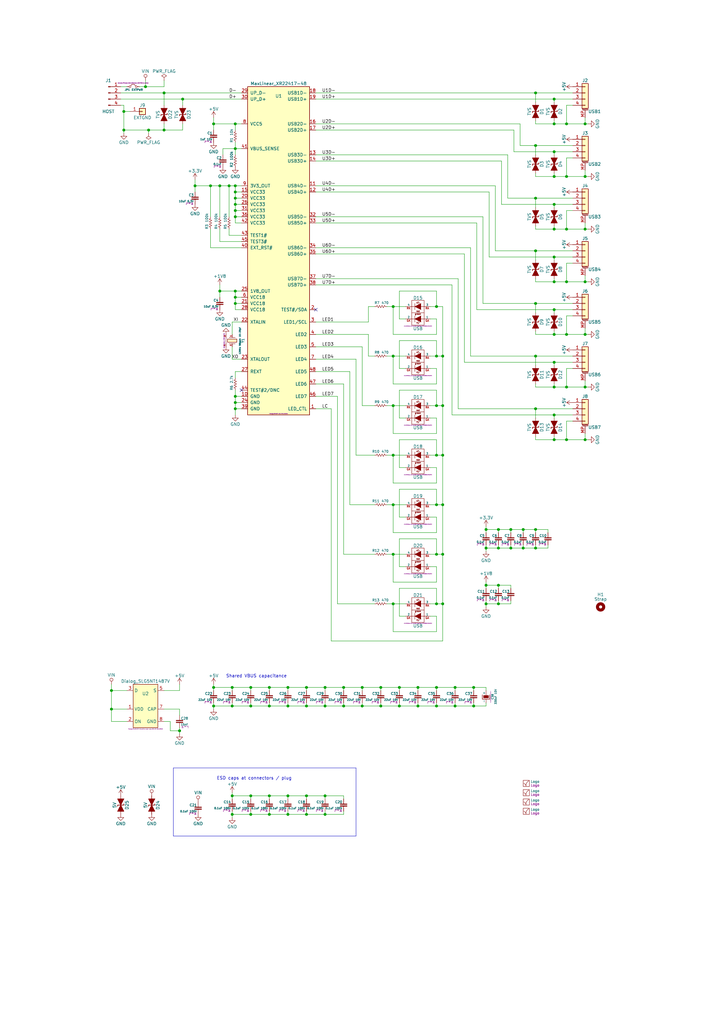
<source format=kicad_sch>
(kicad_sch (version 20230409) (generator eeschema)
  (paper "A3" portrait)
  (title_block (title "StickHub") (company "Stefan Hamminga (https://rbts.co)"))
  (junction (at 240.03 115.57) (diameter 1.016))
  (junction (at 199.39 217.17) (diameter 1.016))
  (junction (at 87.63 50.8) (diameter 1.016))
  (junction (at 194.31 281.94) (diameter 1.016))
  (junction (at 227.33 158.75) (diameter 1.016))
  (junction (at 95.25 334.01) (diameter 1.016))
  (junction (at 96.52 83.82) (diameter 1.016))
  (junction (at 179.07 166.37) (diameter 1.016))
  (junction (at 90.17 119.38) (diameter 1.016))
  (junction (at 179.07 125.73) (diameter 1.016))
  (junction (at 110.49 334.01) (diameter 1.016))
  (junction (at 93.98 76.2) (diameter 1.016))
  (junction (at 133.35 281.94) (diameter 1.016))
  (junction (at 181.61 247.65) (diameter 1.016))
  (junction (at 96.52 124.46) (diameter 1.016))
  (junction (at 156.21 289.56) (diameter 1.016))
  (junction (at 227.33 50.8) (diameter 1.016))
  (junction (at 219.71 38.1) (diameter 1.016))
  (junction (at 219.71 167.64) (diameter 1.016))
  (junction (at 87.63 281.94) (diameter 1.016))
  (junction (at 204.47 224.79) (diameter 1.016))
  (junction (at 59.69 35.56) (diameter 1.016))
  (junction (at 161.29 186.69) (diameter 1.016))
  (junction (at 227.33 170.18) (diameter 1.016))
  (junction (at 179.07 186.69) (diameter 1.016))
  (junction (at 163.83 281.94) (diameter 1.016))
  (junction (at 95.25 281.94) (diameter 1.016))
  (junction (at 219.71 146.05) (diameter 1.016))
  (junction (at 240.03 158.75) (diameter 1.016))
  (junction (at 181.61 227.33) (diameter 1.016))
  (junction (at 181.61 186.69) (diameter 1.016))
  (junction (at 96.52 88.9) (diameter 1.016))
  (junction (at 125.73 281.94) (diameter 1.016))
  (junction (at 73.66 299.72) (diameter 1.016))
  (junction (at 240.03 72.39) (diameter 1.016))
  (junction (at 171.45 289.56) (diameter 1.016))
  (junction (at 96.52 167.64) (diameter 1.016))
  (junction (at 161.29 247.65) (diameter 1.016))
  (junction (at 219.71 102.87) (diameter 1.016))
  (junction (at 96.52 165.1) (diameter 1.016))
  (junction (at 186.69 281.94) (diameter 1.016))
  (junction (at 95.25 326.39) (diameter 1.016))
  (junction (at 227.33 148.59) (diameter 1.016))
  (junction (at 227.33 180.34) (diameter 1.016))
  (junction (at 219.71 217.17) (diameter 1.016))
  (junction (at 227.33 62.23) (diameter 1.016))
  (junction (at 199.39 240.03) (diameter 1.016))
  (junction (at 50.8 45.72) (diameter 1.016))
  (junction (at 219.71 224.79) (diameter 1.016))
  (junction (at 227.33 93.98) (diameter 1.016))
  (junction (at 227.33 115.57) (diameter 1.016))
  (junction (at 118.11 334.01) (diameter 1.016))
  (junction (at 50.8 53.34) (diameter 1.016))
  (junction (at 163.83 289.56) (diameter 1.016))
  (junction (at 209.55 217.17) (diameter 1.016))
  (junction (at 96.52 76.2) (diameter 1.016))
  (junction (at 96.52 162.56) (diameter 1.016))
  (junction (at 102.87 334.01) (diameter 1.016))
  (junction (at 219.71 81.28) (diameter 1.016))
  (junction (at 74.93 40.64) (diameter 1.016))
  (junction (at 96.52 60.96) (diameter 1.016))
  (junction (at 118.11 289.56) (diameter 1.016))
  (junction (at 227.33 137.16) (diameter 1.016))
  (junction (at 60.96 53.34) (diameter 1.016))
  (junction (at 219.71 59.69) (diameter 1.016))
  (junction (at 161.29 227.33) (diameter 1.016))
  (junction (at 204.47 247.65) (diameter 1.016))
  (junction (at 156.21 281.94) (diameter 1.016))
  (junction (at 199.39 224.79) (diameter 1.016))
  (junction (at 45.72 283.21) (diameter 1.016))
  (junction (at 161.29 125.73) (diameter 1.016))
  (junction (at 110.49 281.94) (diameter 1.016))
  (junction (at 110.49 326.39) (diameter 1.016))
  (junction (at 102.87 289.56) (diameter 1.016))
  (junction (at 133.35 289.56) (diameter 1.016))
  (junction (at 214.63 217.17) (diameter 1.016))
  (junction (at 133.35 334.01) (diameter 1.016))
  (junction (at 95.25 289.56) (diameter 1.016))
  (junction (at 45.72 290.83) (diameter 1.016))
  (junction (at 96.52 86.36) (diameter 1.016))
  (junction (at 240.03 50.8) (diameter 1.016))
  (junction (at 199.39 247.65) (diameter 1.016))
  (junction (at 232.41 72.39) (diameter 1.016))
  (junction (at 181.61 207.01) (diameter 1.016))
  (junction (at 161.29 207.01) (diameter 1.016))
  (junction (at 80.01 76.2) (diameter 1.016))
  (junction (at 161.29 166.37) (diameter 1.016))
  (junction (at 240.03 93.98) (diameter 1.016))
  (junction (at 227.33 105.41) (diameter 1.016))
  (junction (at 194.31 289.56) (diameter 1.016))
  (junction (at 102.87 326.39) (diameter 1.016))
  (junction (at 96.52 50.8) (diameter 1.016))
  (junction (at 125.73 326.39) (diameter 1.016))
  (junction (at 232.41 50.8) (diameter 1.016))
  (junction (at 96.52 81.28) (diameter 1.016))
  (junction (at 227.33 72.39) (diameter 1.016))
  (junction (at 214.63 224.79) (diameter 1.016))
  (junction (at 204.47 217.17) (diameter 1.016))
  (junction (at 148.59 281.94) (diameter 1.016))
  (junction (at 110.49 289.56) (diameter 1.016))
  (junction (at 148.59 289.56) (diameter 1.016))
  (junction (at 87.63 289.56) (diameter 1.016))
  (junction (at 179.07 146.05) (diameter 1.016))
  (junction (at 232.41 93.98) (diameter 1.016))
  (junction (at 67.31 38.1) (diameter 1.016))
  (junction (at 181.61 166.37) (diameter 1.016))
  (junction (at 181.61 146.05) (diameter 1.016))
  (junction (at 125.73 289.56) (diameter 1.016))
  (junction (at 219.71 124.46) (diameter 1.016))
  (junction (at 232.41 158.75) (diameter 1.016))
  (junction (at 204.47 240.03) (diameter 1.016))
  (junction (at 232.41 180.34) (diameter 1.016))
  (junction (at 118.11 326.39) (diameter 1.016))
  (junction (at 118.11 281.94) (diameter 1.016))
  (junction (at 179.07 281.94) (diameter 1.016))
  (junction (at 96.52 78.74) (diameter 1.016))
  (junction (at 186.69 289.56) (diameter 1.016))
  (junction (at 227.33 40.64) (diameter 1.016))
  (junction (at 240.03 137.16) (diameter 1.016))
  (junction (at 67.31 53.34) (diameter 1.016))
  (junction (at 179.07 227.33) (diameter 1.016))
  (junction (at 96.52 119.38) (diameter 1.016))
  (junction (at 179.07 207.01) (diameter 1.016))
  (junction (at 227.33 127) (diameter 1.016))
  (junction (at 179.07 247.65) (diameter 1.016))
  (junction (at 161.29 146.05) (diameter 1.016))
  (junction (at 140.97 289.56) (diameter 1.016))
  (junction (at 140.97 281.94) (diameter 1.016))
  (junction (at 227.33 83.82) (diameter 1.016))
  (junction (at 125.73 334.01) (diameter 1.016))
  (junction (at 86.36 76.2) (diameter 1.016))
  (junction (at 133.35 326.39) (diameter 1.016))
  (junction (at 240.03 180.34) (diameter 1.016))
  (junction (at 179.07 289.56) (diameter 1.016))
  (junction (at 209.55 224.79) (diameter 1.016))
  (junction (at 96.52 121.92) (diameter 1.016))
  (junction (at 232.41 115.57) (diameter 1.016))
  (junction (at 90.17 76.2) (diameter 1.016))
  (junction (at 232.41 137.16) (diameter 1.016))
  (junction (at 102.87 281.94) (diameter 1.016))
  (junction (at 171.45 281.94) (diameter 1.016))
  (no_connect (at 99.06 160.02))
  (no_connect (at 129.54 127))
  (wire (pts (xy 240.03 158.75) (xy 241.3 158.75)))
  (wire (pts (xy 95.25 332.74) (xy 95.25 334.01)))
  (wire (pts (xy 179.07 146.05) (xy 176.53 146.05)))
  (wire (pts (xy 102.87 288.29) (xy 102.87 289.56)))
  (wire (pts (xy 219.71 167.64) (xy 219.71 171.45)))
  (wire (pts (xy 179.07 191.77) (xy 179.07 198.12)))
  (wire (pts (xy 204.47 223.52) (xy 204.47 224.79)))
  (wire (pts (xy 110.49 334.01) (xy 118.11 334.01)))
  (wire (pts (xy 166.37 171.45) (xy 163.83 171.45)))
  (wire (pts (xy 181.61 247.65) (xy 179.07 247.65)))
  (wire (pts (xy 179.07 252.73) (xy 179.07 259.08)))
  (wire (pts (xy 219.71 124.46) (xy 219.71 128.27)))
  (wire (pts (xy 96.52 91.44) (xy 99.06 91.44)))
  (wire (pts (xy 179.07 125.73) (xy 176.53 125.73)))
  (wire (pts (xy 204.47 217.17) (xy 204.47 218.44)))
  (wire (pts (xy 176.53 171.45) (xy 179.07 171.45)))
  (wire (pts (xy 73.66 298.45) (xy 73.66 299.72)))
  (wire (pts (xy 195.58 127) (xy 227.33 127)))
  (wire (pts (xy 219.71 81.28) (xy 219.71 85.09)))
  (wire (pts (xy 158.75 207.01) (xy 161.29 207.01)))
  (wire (pts (xy 194.31 281.94) (xy 194.31 283.21)))
  (wire (pts (xy 198.12 88.9) (xy 198.12 124.46)))
  (wire (pts (xy 232.41 115.57) (xy 240.03 115.57)))
  (wire (pts (xy 219.71 102.87) (xy 234.95 102.87)))
  (wire (pts (xy 219.71 49.53) (xy 219.71 50.8)))
  (wire (pts (xy 214.63 224.79) (xy 219.71 224.79)))
  (wire (pts (xy 161.29 227.33) (xy 166.37 227.33)))
  (wire (pts (xy 158.75 125.73) (xy 161.29 125.73)))
  (wire (pts (xy 102.87 326.39) (xy 102.87 327.66)))
  (wire (pts (xy 227.33 137.16) (xy 232.41 137.16)))
  (wire (pts (xy 179.07 241.3) (xy 179.07 247.65)))
  (wire (pts (xy 219.71 224.79) (xy 224.79 224.79)))
  (wire (pts (xy 86.36 101.6) (xy 99.06 101.6)))
  (wire (pts (xy 91.44 60.96) (xy 91.44 63.5)))
  (wire (pts (xy 49.53 38.1) (xy 67.31 38.1)))
  (wire (pts (xy 140.97 334.01) (xy 140.97 332.74)))
  (wire (pts (xy 227.33 40.64) (xy 227.33 41.91)))
  (wire (pts (xy 133.35 326.39) (xy 133.35 327.66)))
  (wire (pts (xy 45.72 283.21) (xy 45.72 290.83)))
  (wire (pts (xy 181.61 262.89) (xy 135.89 262.89)))
  (wire (pts (xy 199.39 240.03) (xy 204.47 240.03)))
  (wire (pts (xy 161.29 247.65) (xy 166.37 247.65)))
  (wire (pts (xy 234.95 86.36) (xy 232.41 86.36)))
  (wire (pts (xy 73.66 299.72) (xy 73.66 300.99)))
  (wire (pts (xy 227.33 83.82) (xy 234.95 83.82)))
  (wire (pts (xy 125.73 289.56) (xy 125.73 288.29)))
  (wire (pts (xy 186.69 281.94) (xy 186.69 283.21)))
  (wire (pts (xy 158.75 166.37) (xy 161.29 166.37)))
  (wire (pts (xy 110.49 281.94) (xy 118.11 281.94)))
  (wire (pts (xy 234.95 107.95) (xy 232.41 107.95)))
  (wire (pts (xy 90.17 119.38) (xy 90.17 121.92)))
  (wire (pts (xy 99.06 99.06) (xy 90.17 99.06)))
  (wire (pts (xy 90.17 116.84) (xy 90.17 119.38)))
  (wire (pts (xy 234.95 172.72) (xy 232.41 172.72)))
  (wire (pts (xy 49.53 40.64) (xy 74.93 40.64)))
  (wire (pts (xy 209.55 247.65) (xy 209.55 246.38)))
  (wire (pts (xy 99.06 152.4) (xy 96.52 152.4)))
  (wire (pts (xy 204.47 246.38) (xy 204.47 247.65)))
  (wire (pts (xy 102.87 289.56) (xy 110.49 289.56)))
  (wire (pts (xy 50.8 43.18) (xy 50.8 45.72)))
  (wire (pts (xy 199.39 217.17) (xy 199.39 218.44)))
  (wire (pts (xy 204.47 247.65) (xy 209.55 247.65)))
  (wire (pts (xy 179.07 281.94) (xy 179.07 283.21)))
  (wire (pts (xy 125.73 326.39) (xy 125.73 327.66)))
  (wire (pts (xy 93.98 93.98) (xy 93.98 96.52)))
  (wire (pts (xy 148.59 281.94) (xy 156.21 281.94)))
  (wire (pts (xy 199.39 281.94) (xy 199.39 283.21)))
  (wire (pts (xy 118.11 332.74) (xy 118.11 334.01)))
  (wire (pts (xy 227.33 170.18) (xy 234.95 170.18)))
  (wire (pts (xy 96.52 124.46) (xy 99.06 124.46)))
  (wire (pts (xy 203.2 102.87) (xy 219.71 102.87)))
  (wire (pts (xy 125.73 326.39) (xy 133.35 326.39)))
  (wire (pts (xy 93.98 96.52) (xy 99.06 96.52)))
  (wire (pts (xy 129.54 104.14) (xy 190.5 104.14)))
  (wire (pts (xy 224.79 217.17) (xy 219.71 217.17)))
  (wire (pts (xy 118.11 281.94) (xy 125.73 281.94)))
  (wire (pts (xy 163.83 281.94) (xy 171.45 281.94)))
  (wire (pts (xy 234.95 64.77) (xy 232.41 64.77)))
  (wire (pts (xy 232.41 93.98) (xy 240.03 93.98)))
  (wire (pts (xy 219.71 72.39) (xy 227.33 72.39)))
  (wire (pts (xy 210.82 53.34) (xy 210.82 62.23)))
  (wire (pts (xy 186.69 289.56) (xy 186.69 288.29)))
  (wire (pts (xy 213.36 50.8) (xy 213.36 59.69)))
  (wire (pts (xy 179.07 139.7) (xy 179.07 146.05)))
  (wire (pts (xy 163.83 130.81) (xy 163.83 119.38)))
  (wire (pts (xy 161.29 166.37) (xy 166.37 166.37)))
  (wire (pts (xy 60.96 53.34) (xy 60.96 54.61)))
  (wire (pts (xy 87.63 289.56) (xy 87.63 290.83)))
  (wire (pts (xy 158.75 247.65) (xy 161.29 247.65)))
  (wire (pts (xy 129.54 132.08) (xy 151.13 132.08)))
  (wire (pts (xy 193.04 101.6) (xy 193.04 146.05)))
  (wire (pts (xy 193.04 146.05) (xy 219.71 146.05)))
  (wire (pts (xy 67.31 290.83) (xy 73.66 290.83)))
  (wire (pts (xy 102.87 334.01) (xy 110.49 334.01)))
  (wire (pts (xy 80.01 76.2) (xy 86.36 76.2)))
  (wire (pts (xy 96.52 86.36) (xy 96.52 88.9)))
  (wire (pts (xy 133.35 288.29) (xy 133.35 289.56)))
  (wire (pts (xy 181.61 227.33) (xy 181.61 247.65)))
  (wire (pts (xy 87.63 48.26) (xy 87.63 50.8)))
  (wire (pts (xy 158.75 186.69) (xy 161.29 186.69)))
  (wire (pts (xy 140.97 289.56) (xy 140.97 288.29)))
  (wire (pts (xy 125.73 281.94) (xy 125.73 283.21)))
  (wire (pts (xy 194.31 289.56) (xy 194.31 288.29)))
  (wire (pts (xy 232.41 172.72) (xy 232.41 180.34)))
  (wire (pts (xy 181.61 125.73) (xy 181.61 146.05)))
  (wire (pts (xy 96.52 88.9) (xy 96.52 91.44)))
  (wire (pts (xy 232.41 64.77) (xy 232.41 72.39)))
  (wire (pts (xy 163.83 180.34) (xy 179.07 180.34)))
  (wire (pts (xy 232.41 137.16) (xy 240.03 137.16)))
  (polyline (pts (xy 146.05 342.9) (xy 71.12 342.9)) (stroke (width 0) (type solid)))
  (wire (pts (xy 227.33 127) (xy 227.33 128.27)))
  (wire (pts (xy 45.72 290.83) (xy 52.07 290.83)))
  (wire (pts (xy 148.59 289.56) (xy 156.21 289.56)))
  (wire (pts (xy 67.31 38.1) (xy 99.06 38.1)))
  (wire (pts (xy 199.39 247.65) (xy 199.39 248.92)))
  (wire (pts (xy 179.07 281.94) (xy 186.69 281.94)))
  (wire (pts (xy 74.93 40.64) (xy 74.93 43.18)))
  (wire (pts (xy 232.41 50.8) (xy 240.03 50.8)))
  (wire (pts (xy 129.54 116.84) (xy 185.42 116.84)))
  (wire (pts (xy 95.25 326.39) (xy 95.25 327.66)))
  (wire (pts (xy 199.39 240.03) (xy 199.39 241.3)))
  (wire (pts (xy 227.33 148.59) (xy 227.33 149.86)))
  (wire (pts (xy 204.47 224.79) (xy 209.55 224.79)))
  (wire (pts (xy 161.29 207.01) (xy 166.37 207.01)))
  (wire (pts (xy 227.33 83.82) (xy 227.33 85.09)))
  (wire (pts (xy 219.71 217.17) (xy 219.71 218.44)))
  (wire (pts (xy 204.47 240.03) (xy 209.55 240.03)))
  (wire (pts (xy 95.25 325.12) (xy 95.25 326.39)))
  (wire (pts (xy 219.71 124.46) (xy 234.95 124.46)))
  (wire (pts (xy 143.51 152.4) (xy 143.51 207.01)))
  (wire (pts (xy 129.54 137.16) (xy 151.13 137.16)))
  (wire (pts (xy 163.83 220.98) (xy 179.07 220.98)))
  (wire (pts (xy 227.33 170.18) (xy 227.33 171.45)))
  (wire (pts (xy 129.54 76.2) (xy 203.2 76.2)))
  (wire (pts (xy 199.39 247.65) (xy 204.47 247.65)))
  (wire (pts (xy 227.33 62.23) (xy 234.95 62.23)))
  (wire (pts (xy 176.53 151.13) (xy 179.07 151.13)))
  (wire (pts (xy 140.97 227.33) (xy 153.67 227.33)))
  (wire (pts (xy 209.55 217.17) (xy 204.47 217.17)))
  (wire (pts (xy 125.73 334.01) (xy 133.35 334.01)))
  (wire (pts (xy 69.85 295.91) (xy 69.85 299.72)))
  (wire (pts (xy 166.37 232.41) (xy 163.83 232.41)))
  (wire (pts (xy 96.52 162.56) (xy 96.52 165.1)))
  (wire (pts (xy 199.39 223.52) (xy 199.39 224.79)))
  (wire (pts (xy 240.03 93.98) (xy 240.03 91.44)))
  (wire (pts (xy 163.83 289.56) (xy 171.45 289.56)))
  (wire (pts (xy 219.71 59.69) (xy 234.95 59.69)))
  (polyline (pts (xy 71.12 314.96) (xy 146.05 314.96)) (stroke (width 0) (type solid)))
  (wire (pts (xy 95.25 288.29) (xy 95.25 289.56)))
  (wire (pts (xy 45.72 280.67) (xy 45.72 283.21)))
  (wire (pts (xy 87.63 289.56) (xy 95.25 289.56)))
  (wire (pts (xy 176.53 130.81) (xy 179.07 130.81)))
  (wire (pts (xy 96.52 124.46) (xy 96.52 121.92)))
  (wire (pts (xy 179.07 238.76) (xy 161.29 238.76)))
  (wire (pts (xy 140.97 281.94) (xy 140.97 283.21)))
  (wire (pts (xy 227.33 114.3) (xy 227.33 115.57)))
  (wire (pts (xy 96.52 83.82) (xy 99.06 83.82)))
  (wire (pts (xy 96.52 167.64) (xy 96.52 170.18)))
  (wire (pts (xy 95.25 137.16) (xy 95.25 132.08)))
  (wire (pts (xy 69.85 299.72) (xy 73.66 299.72)))
  (wire (pts (xy 214.63 217.17) (xy 209.55 217.17)))
  (wire (pts (xy 181.61 186.69) (xy 181.61 207.01)))
  (wire (pts (xy 227.33 157.48) (xy 227.33 158.75)))
  (wire (pts (xy 166.37 130.81) (xy 163.83 130.81)))
  (wire (pts (xy 129.54 53.34) (xy 210.82 53.34)))
  (wire (pts (xy 161.29 198.12) (xy 161.29 186.69)))
  (wire (pts (xy 125.73 289.56) (xy 133.35 289.56)))
  (wire (pts (xy 219.71 146.05) (xy 234.95 146.05)))
  (wire (pts (xy 110.49 326.39) (xy 118.11 326.39)))
  (wire (pts (xy 67.31 38.1) (xy 67.31 43.18)))
  (wire (pts (xy 219.71 157.48) (xy 219.71 158.75)))
  (wire (pts (xy 138.43 247.65) (xy 153.67 247.65)))
  (wire (pts (xy 181.61 146.05) (xy 181.61 166.37)))
  (wire (pts (xy 176.53 191.77) (xy 179.07 191.77)))
  (wire (pts (xy 96.52 76.2) (xy 99.06 76.2)))
  (wire (pts (xy 219.71 223.52) (xy 219.71 224.79)))
  (wire (pts (xy 146.05 147.32) (xy 146.05 186.69)))
  (wire (pts (xy 99.06 127) (xy 96.52 127)))
  (wire (pts (xy 179.07 146.05) (xy 181.61 146.05)))
  (wire (pts (xy 129.54 88.9) (xy 198.12 88.9)))
  (wire (pts (xy 240.03 72.39) (xy 240.03 69.85)))
  (wire (pts (xy 199.39 224.79) (xy 199.39 226.06)))
  (wire (pts (xy 151.13 125.73) (xy 151.13 132.08)))
  (wire (pts (xy 179.07 151.13) (xy 179.07 157.48)))
  (wire (pts (xy 67.31 33.02) (xy 67.31 35.56)))
  (wire (pts (xy 67.31 35.56) (xy 59.69 35.56)))
  (wire (pts (xy 199.39 288.29) (xy 199.39 289.56)))
  (wire (pts (xy 194.31 281.94) (xy 199.39 281.94)))
  (wire (pts (xy 96.52 60.96) (xy 96.52 63.5)))
  (wire (pts (xy 110.49 332.74) (xy 110.49 334.01)))
  (wire (pts (xy 96.52 165.1) (xy 99.06 165.1)))
  (wire (pts (xy 96.52 83.82) (xy 96.52 86.36)))
  (wire (pts (xy 96.52 121.92) (xy 96.52 119.38)))
  (wire (pts (xy 181.61 207.01) (xy 181.61 227.33)))
  (wire (pts (xy 240.03 115.57) (xy 241.3 115.57)))
  (wire (pts (xy 129.54 152.4) (xy 143.51 152.4)))
  (wire (pts (xy 240.03 50.8) (xy 240.03 48.26)))
  (wire (pts (xy 219.71 114.3) (xy 219.71 115.57)))
  (wire (pts (xy 96.52 121.92) (xy 99.06 121.92)))
  (wire (pts (xy 161.29 146.05) (xy 166.37 146.05)))
  (wire (pts (xy 118.11 334.01) (xy 125.73 334.01)))
  (wire (pts (xy 87.63 50.8) (xy 87.63 53.34)))
  (wire (pts (xy 179.07 166.37) (xy 181.61 166.37)))
  (wire (pts (xy 190.5 148.59) (xy 227.33 148.59)))
  (wire (pts (xy 90.17 76.2) (xy 93.98 76.2)))
  (wire (pts (xy 151.13 146.05) (xy 153.67 146.05)))
  (wire (pts (xy 90.17 88.9) (xy 90.17 76.2)))
  (wire (pts (xy 96.52 119.38) (xy 99.06 119.38)))
  (wire (pts (xy 148.59 288.29) (xy 148.59 289.56)))
  (wire (pts (xy 204.47 240.03) (xy 204.47 241.3)))
  (wire (pts (xy 163.83 151.13) (xy 163.83 139.7)))
  (wire (pts (xy 96.52 152.4) (xy 96.52 154.94)))
  (wire (pts (xy 219.71 92.71) (xy 219.71 93.98)))
  (wire (pts (xy 135.89 262.89) (xy 135.89 167.64)))
  (wire (pts (xy 179.07 207.01) (xy 176.53 207.01)))
  (wire (pts (xy 209.55 223.52) (xy 209.55 224.79)))
  (wire (pts (xy 80.01 76.2) (xy 80.01 78.74)))
  (wire (pts (xy 96.52 60.96) (xy 91.44 60.96)))
  (wire (pts (xy 219.71 115.57) (xy 227.33 115.57)))
  (wire (pts (xy 200.66 78.74) (xy 200.66 105.41)))
  (wire (pts (xy 50.8 53.34) (xy 50.8 54.61)))
  (wire (pts (xy 161.29 177.8) (xy 161.29 166.37)))
  (wire (pts (xy 129.54 78.74) (xy 200.66 78.74)))
  (wire (pts (xy 129.54 162.56) (xy 138.43 162.56)))
  (wire (pts (xy 179.07 220.98) (xy 179.07 227.33)))
  (wire (pts (xy 95.25 147.32) (xy 99.06 147.32)))
  (wire (pts (xy 86.36 88.9) (xy 86.36 76.2)))
  (wire (pts (xy 73.66 290.83) (xy 73.66 293.37)))
  (wire (pts (xy 185.42 116.84) (xy 185.42 170.18)))
  (wire (pts (xy 156.21 281.94) (xy 156.21 283.21)))
  (wire (pts (xy 219.71 179.07) (xy 219.71 180.34)))
  (wire (pts (xy 179.07 157.48) (xy 161.29 157.48)))
  (wire (pts (xy 95.25 142.24) (xy 95.25 147.32)))
  (wire (pts (xy 125.73 332.74) (xy 125.73 334.01)))
  (wire (pts (xy 129.54 63.5) (xy 208.28 63.5)))
  (wire (pts (xy 125.73 281.94) (xy 133.35 281.94)))
  (wire (pts (xy 227.33 179.07) (xy 227.33 180.34)))
  (wire (pts (xy 96.52 160.02) (xy 96.52 162.56)))
  (wire (pts (xy 214.63 217.17) (xy 214.63 218.44)))
  (wire (pts (xy 234.95 151.13) (xy 232.41 151.13)))
  (wire (pts (xy 59.69 35.56) (xy 59.69 33.02)))
  (wire (pts (xy 129.54 50.8) (xy 213.36 50.8)))
  (wire (pts (xy 129.54 114.3) (xy 187.96 114.3)))
  (wire (pts (xy 208.28 63.5) (xy 208.28 81.28)))
  (wire (pts (xy 87.63 280.67) (xy 87.63 281.94)))
  (wire (pts (xy 90.17 99.06) (xy 90.17 93.98)))
  (wire (pts (xy 179.07 198.12) (xy 161.29 198.12)))
  (wire (pts (xy 219.71 217.17) (xy 214.63 217.17)))
  (wire (pts (xy 179.07 207.01) (xy 181.61 207.01)))
  (wire (pts (xy 219.71 102.87) (xy 219.71 106.68)))
  (wire (pts (xy 227.33 127) (xy 234.95 127)))
  (wire (pts (xy 195.58 91.44) (xy 195.58 127)))
  (wire (pts (xy 95.25 334.01) (xy 95.25 335.28)))
  (wire (pts (xy 227.33 93.98) (xy 232.41 93.98)))
  (wire (pts (xy 153.67 125.73) (xy 151.13 125.73)))
  (wire (pts (xy 140.97 326.39) (xy 140.97 327.66)))
  (wire (pts (xy 186.69 281.94) (xy 194.31 281.94)))
  (wire (pts (xy 96.52 50.8) (xy 99.06 50.8)))
  (wire (pts (xy 133.35 334.01) (xy 140.97 334.01)))
  (wire (pts (xy 240.03 137.16) (xy 240.03 134.62)))
  (wire (pts (xy 133.35 281.94) (xy 140.97 281.94)))
  (wire (pts (xy 86.36 76.2) (xy 90.17 76.2)))
  (wire (pts (xy 95.25 289.56) (xy 102.87 289.56)))
  (wire (pts (xy 143.51 207.01) (xy 153.67 207.01)))
  (wire (pts (xy 102.87 281.94) (xy 110.49 281.94)))
  (wire (pts (xy 186.69 289.56) (xy 194.31 289.56)))
  (wire (pts (xy 129.54 40.64) (xy 227.33 40.64)))
  (wire (pts (xy 163.83 160.02) (xy 179.07 160.02)))
  (wire (pts (xy 110.49 288.29) (xy 110.49 289.56)))
  (wire (pts (xy 219.71 180.34) (xy 227.33 180.34)))
  (wire (pts (xy 45.72 283.21) (xy 52.07 283.21)))
  (wire (pts (xy 67.31 53.34) (xy 74.93 53.34)))
  (wire (pts (xy 219.71 50.8) (xy 227.33 50.8)))
  (wire (pts (xy 219.71 59.69) (xy 219.71 63.5)))
  (wire (pts (xy 227.33 115.57) (xy 232.41 115.57)))
  (wire (pts (xy 227.33 50.8) (xy 232.41 50.8)))
  (wire (pts (xy 240.03 180.34) (xy 241.3 180.34)))
  (wire (pts (xy 219.71 81.28) (xy 234.95 81.28)))
  (wire (pts (xy 96.52 81.28) (xy 96.52 83.82)))
  (wire (pts (xy 96.52 127) (xy 96.52 124.46)))
  (wire (pts (xy 140.97 281.94) (xy 148.59 281.94)))
  (wire (pts (xy 227.33 180.34) (xy 232.41 180.34)))
  (wire (pts (xy 87.63 281.94) (xy 87.63 283.21)))
  (wire (pts (xy 133.35 289.56) (xy 140.97 289.56)))
  (wire (pts (xy 227.33 49.53) (xy 227.33 50.8)))
  (wire (pts (xy 179.07 166.37) (xy 176.53 166.37)))
  (wire (pts (xy 161.29 238.76) (xy 161.29 227.33)))
  (wire (pts (xy 133.35 326.39) (xy 140.97 326.39)))
  (wire (pts (xy 52.07 295.91) (xy 45.72 295.91)))
  (wire (pts (xy 158.75 146.05) (xy 161.29 146.05)))
  (wire (pts (xy 86.36 101.6) (xy 86.36 93.98)))
  (wire (pts (xy 45.72 295.91) (xy 45.72 290.83)))
  (wire (pts (xy 234.95 43.18) (xy 232.41 43.18)))
  (wire (pts (xy 133.35 332.74) (xy 133.35 334.01)))
  (wire (pts (xy 179.07 186.69) (xy 176.53 186.69)))
  (wire (pts (xy 163.83 171.45) (xy 163.83 160.02)))
  (wire (pts (xy 232.41 107.95) (xy 232.41 115.57)))
  (wire (pts (xy 227.33 40.64) (xy 234.95 40.64)))
  (wire (pts (xy 96.52 78.74) (xy 96.52 76.2)))
  (wire (pts (xy 96.52 81.28) (xy 99.06 81.28)))
  (wire (pts (xy 232.41 151.13) (xy 232.41 158.75)))
  (wire (pts (xy 135.89 167.64) (xy 129.54 167.64)))
  (wire (pts (xy 163.83 252.73) (xy 163.83 241.3)))
  (wire (pts (xy 99.06 78.74) (xy 96.52 78.74)))
  (wire (pts (xy 179.07 137.16) (xy 161.29 137.16)))
  (wire (pts (xy 240.03 180.34) (xy 240.03 177.8)))
  (wire (pts (xy 96.52 88.9) (xy 99.06 88.9)))
  (wire (pts (xy 199.39 246.38) (xy 199.39 247.65)))
  (wire (pts (xy 171.45 281.94) (xy 179.07 281.94)))
  (wire (pts (xy 138.43 162.56) (xy 138.43 247.65)))
  (wire (pts (xy 163.83 212.09) (xy 163.83 200.66)))
  (wire (pts (xy 232.41 158.75) (xy 240.03 158.75)))
  (wire (pts (xy 118.11 326.39) (xy 118.11 327.66)))
  (wire (pts (xy 99.06 60.96) (xy 96.52 60.96)))
  (wire (pts (xy 50.8 45.72) (xy 50.8 53.34)))
  (wire (pts (xy 179.07 125.73) (xy 181.61 125.73)))
  (wire (pts (xy 161.29 125.73) (xy 166.37 125.73)))
  (wire (pts (xy 179.07 289.56) (xy 171.45 289.56)))
  (wire (pts (xy 171.45 289.56) (xy 171.45 288.29)))
  (wire (pts (xy 179.07 180.34) (xy 179.07 186.69)))
  (wire (pts (xy 163.83 200.66) (xy 179.07 200.66)))
  (polyline (pts (xy 146.05 314.96) (xy 146.05 342.9)) (stroke (width 0) (type solid)))
  (wire (pts (xy 209.55 217.17) (xy 209.55 218.44)))
  (wire (pts (xy 50.8 45.72) (xy 53.34 45.72)))
  (wire (pts (xy 163.83 281.94) (xy 163.83 283.21)))
  (wire (pts (xy 87.63 288.29) (xy 87.63 289.56)))
  (wire (pts (xy 67.31 295.91) (xy 69.85 295.91)))
  (wire (pts (xy 179.07 186.69) (xy 181.61 186.69)))
  (wire (pts (xy 219.71 38.1) (xy 219.71 41.91)))
  (wire (pts (xy 95.25 326.39) (xy 102.87 326.39)))
  (wire (pts (xy 227.33 135.89) (xy 227.33 137.16)))
  (wire (pts (xy 219.71 135.89) (xy 219.71 137.16)))
  (wire (pts (xy 234.95 129.54) (xy 232.41 129.54)))
  (wire (pts (xy 187.96 167.64) (xy 219.71 167.64)))
  (wire (pts (xy 158.75 227.33) (xy 161.29 227.33)))
  (wire (pts (xy 227.33 105.41) (xy 234.95 105.41)))
  (wire (pts (xy 224.79 224.79) (xy 224.79 223.52)))
  (wire (pts (xy 74.93 40.64) (xy 99.06 40.64)))
  (wire (pts (xy 163.83 289.56) (xy 163.83 288.29)))
  (wire (pts (xy 95.25 334.01) (xy 102.87 334.01)))
  (wire (pts (xy 179.07 227.33) (xy 176.53 227.33)))
  (wire (pts (xy 67.31 283.21) (xy 73.66 283.21)))
  (wire (pts (xy 213.36 59.69) (xy 219.71 59.69)))
  (wire (pts (xy 198.12 124.46) (xy 219.71 124.46)))
  (wire (pts (xy 163.83 139.7) (xy 179.07 139.7)))
  (wire (pts (xy 179.07 288.29) (xy 179.07 289.56)))
  (wire (pts (xy 146.05 186.69) (xy 153.67 186.69)))
  (wire (pts (xy 166.37 191.77) (xy 163.83 191.77)))
  (wire (pts (xy 102.87 332.74) (xy 102.87 334.01)))
  (wire (pts (xy 163.83 232.41) (xy 163.83 220.98)))
  (wire (pts (xy 179.07 289.56) (xy 186.69 289.56)))
  (wire (pts (xy 205.74 83.82) (xy 227.33 83.82)))
  (wire (pts (xy 166.37 212.09) (xy 163.83 212.09)))
  (wire (pts (xy 166.37 151.13) (xy 163.83 151.13)))
  (wire (pts (xy 57.15 35.56) (xy 59.69 35.56)))
  (wire (pts (xy 96.52 162.56) (xy 99.06 162.56)))
  (wire (pts (xy 205.74 66.04) (xy 205.74 83.82)))
  (wire (pts (xy 219.71 71.12) (xy 219.71 72.39)))
  (wire (pts (xy 129.54 157.48) (xy 140.97 157.48)))
  (wire (pts (xy 118.11 289.56) (xy 125.73 289.56)))
  (wire (pts (xy 179.07 177.8) (xy 161.29 177.8)))
  (wire (pts (xy 156.21 289.56) (xy 156.21 288.29)))
  (wire (pts (xy 161.29 186.69) (xy 166.37 186.69)))
  (wire (pts (xy 181.61 247.65) (xy 181.61 262.89)))
  (wire (pts (xy 110.49 289.56) (xy 118.11 289.56)))
  (wire (pts (xy 240.03 93.98) (xy 241.3 93.98)))
  (wire (pts (xy 219.71 158.75) (xy 227.33 158.75)))
  (wire (pts (xy 190.5 104.14) (xy 190.5 148.59)))
  (wire (pts (xy 90.17 119.38) (xy 96.52 119.38)))
  (wire (pts (xy 219.71 93.98) (xy 227.33 93.98)))
  (wire (pts (xy 208.28 81.28) (xy 219.71 81.28)))
  (wire (pts (xy 227.33 148.59) (xy 234.95 148.59)))
  (wire (pts (xy 219.71 38.1) (xy 234.95 38.1)))
  (wire (pts (xy 161.29 157.48) (xy 161.29 146.05)))
  (wire (pts (xy 156.21 281.94) (xy 163.83 281.94)))
  (wire (pts (xy 227.33 92.71) (xy 227.33 93.98)))
  (wire (pts (xy 179.07 259.08) (xy 161.29 259.08)))
  (wire (pts (xy 240.03 137.16) (xy 241.3 137.16)))
  (wire (pts (xy 118.11 281.94) (xy 118.11 283.21)))
  (wire (pts (xy 148.59 142.24) (xy 148.59 166.37)))
  (wire (pts (xy 95.25 132.08) (xy 99.06 132.08)))
  (wire (pts (xy 96.52 86.36) (xy 99.06 86.36)))
  (wire (pts (xy 232.41 129.54) (xy 232.41 137.16)))
  (wire (pts (xy 179.07 227.33) (xy 181.61 227.33)))
  (wire (pts (xy 163.83 241.3) (xy 179.07 241.3)))
  (wire (pts (xy 176.53 212.09) (xy 179.07 212.09)))
  (wire (pts (xy 95.25 281.94) (xy 102.87 281.94)))
  (wire (pts (xy 49.53 35.56) (xy 52.07 35.56)))
  (wire (pts (xy 74.93 50.8) (xy 74.93 53.34)))
  (wire (pts (xy 96.52 165.1) (xy 96.52 167.64)))
  (wire (pts (xy 199.39 289.56) (xy 194.31 289.56)))
  (wire (pts (xy 219.71 137.16) (xy 227.33 137.16)))
  (wire (pts (xy 148.59 281.94) (xy 148.59 283.21)))
  (wire (pts (xy 129.54 147.32) (xy 146.05 147.32)))
  (wire (pts (xy 118.11 288.29) (xy 118.11 289.56)))
  (wire (pts (xy 179.07 200.66) (xy 179.07 207.01)))
  (wire (pts (xy 240.03 50.8) (xy 241.3 50.8)))
  (wire (pts (xy 118.11 326.39) (xy 125.73 326.39)))
  (wire (pts (xy 209.55 224.79) (xy 214.63 224.79)))
  (wire (pts (xy 227.33 158.75) (xy 232.41 158.75)))
  (wire (pts (xy 151.13 137.16) (xy 151.13 146.05)))
  (wire (pts (xy 199.39 224.79) (xy 204.47 224.79)))
  (wire (pts (xy 166.37 252.73) (xy 163.83 252.73)))
  (wire (pts (xy 179.07 218.44) (xy 161.29 218.44)))
  (wire (pts (xy 87.63 281.94) (xy 95.25 281.94)))
  (wire (pts (xy 185.42 170.18) (xy 227.33 170.18)))
  (wire (pts (xy 133.35 281.94) (xy 133.35 283.21)))
  (wire (pts (xy 129.54 66.04) (xy 205.74 66.04)))
  (wire (pts (xy 163.83 191.77) (xy 163.83 180.34)))
  (wire (pts (xy 87.63 50.8) (xy 96.52 50.8)))
  (wire (pts (xy 240.03 115.57) (xy 240.03 113.03)))
  (wire (pts (xy 140.97 157.48) (xy 140.97 227.33)))
  (wire (pts (xy 96.52 60.96) (xy 96.52 58.42)))
  (wire (pts (xy 232.41 72.39) (xy 240.03 72.39)))
  (wire (pts (xy 148.59 289.56) (xy 140.97 289.56)))
  (wire (pts (xy 232.41 180.34) (xy 240.03 180.34)))
  (wire (pts (xy 93.98 76.2) (xy 93.98 88.9)))
  (wire (pts (xy 129.54 38.1) (xy 219.71 38.1)))
  (wire (pts (xy 176.53 232.41) (xy 179.07 232.41)))
  (wire (pts (xy 227.33 62.23) (xy 227.33 63.5)))
  (wire (pts (xy 80.01 73.66) (xy 80.01 76.2)))
  (wire (pts (xy 148.59 166.37) (xy 153.67 166.37)))
  (wire (pts (xy 50.8 53.34) (xy 60.96 53.34)))
  (wire (pts (xy 60.96 53.34) (xy 67.31 53.34)))
  (wire (pts (xy 129.54 91.44) (xy 195.58 91.44)))
  (wire (pts (xy 210.82 62.23) (xy 227.33 62.23)))
  (wire (pts (xy 240.03 158.75) (xy 240.03 156.21)))
  (wire (pts (xy 240.03 72.39) (xy 241.3 72.39)))
  (wire (pts (xy 179.07 119.38) (xy 179.07 125.73)))
  (wire (pts (xy 163.83 119.38) (xy 179.07 119.38)))
  (wire (pts (xy 232.41 86.36) (xy 232.41 93.98)))
  (wire (pts (xy 102.87 281.94) (xy 102.87 283.21)))
  (wire (pts (xy 227.33 105.41) (xy 227.33 106.68)))
  (wire (pts (xy 110.49 281.94) (xy 110.49 283.21)))
  (wire (pts (xy 176.53 252.73) (xy 179.07 252.73)))
  (wire (pts (xy 95.25 281.94) (xy 95.25 283.21)))
  (wire (pts (xy 187.96 114.3) (xy 187.96 167.64)))
  (wire (pts (xy 219.71 167.64) (xy 234.95 167.64)))
  (wire (pts (xy 171.45 281.94) (xy 171.45 283.21)))
  (wire (pts (xy 67.31 50.8) (xy 67.31 53.34)))
  (wire (pts (xy 129.54 142.24) (xy 148.59 142.24)))
  (wire (pts (xy 96.52 78.74) (xy 96.52 81.28)))
  (wire (pts (xy 161.29 137.16) (xy 161.29 125.73)))
  (wire (pts (xy 161.29 218.44) (xy 161.29 207.01)))
  (wire (pts (xy 179.07 171.45) (xy 179.07 177.8)))
  (wire (pts (xy 232.41 43.18) (xy 232.41 50.8)))
  (polyline (pts (xy 71.12 314.96) (xy 71.12 342.9)) (stroke (width 0) (type solid)))
  (wire (pts (xy 199.39 215.9) (xy 199.39 217.17)))
  (wire (pts (xy 214.63 223.52) (xy 214.63 224.79)))
  (wire (pts (xy 227.33 72.39) (xy 232.41 72.39)))
  (wire (pts (xy 181.61 166.37) (xy 181.61 186.69)))
  (wire (pts (xy 161.29 259.08) (xy 161.29 247.65)))
  (wire (pts (xy 96.52 53.34) (xy 96.52 50.8)))
  (wire (pts (xy 224.79 218.44) (xy 224.79 217.17)))
  (wire (pts (xy 96.52 167.64) (xy 99.06 167.64)))
  (wire (pts (xy 129.54 101.6) (xy 193.04 101.6)))
  (wire (pts (xy 203.2 76.2) (xy 203.2 102.87)))
  (wire (pts (xy 179.07 212.09) (xy 179.07 218.44)))
  (wire (pts (xy 209.55 240.03) (xy 209.55 241.3)))
  (wire (pts (xy 227.33 71.12) (xy 227.33 72.39)))
  (wire (pts (xy 156.21 289.56) (xy 163.83 289.56)))
  (wire (pts (xy 102.87 326.39) (xy 110.49 326.39)))
  (wire (pts (xy 73.66 283.21) (xy 73.66 280.67)))
  (wire (pts (xy 179.07 232.41) (xy 179.07 238.76)))
  (wire (pts (xy 179.07 160.02) (xy 179.07 166.37)))
  (wire (pts (xy 179.07 130.81) (xy 179.07 137.16)))
  (wire (pts (xy 93.98 76.2) (xy 96.52 76.2)))
  (wire (pts (xy 199.39 238.76) (xy 199.39 240.03)))
  (wire (pts (xy 200.66 105.41) (xy 227.33 105.41)))
  (wire (pts (xy 49.53 43.18) (xy 50.8 43.18)))
  (wire (pts (xy 219.71 146.05) (xy 219.71 149.86)))
  (wire (pts (xy 179.07 247.65) (xy 176.53 247.65)))
  (wire (pts (xy 204.47 217.17) (xy 199.39 217.17)))
  (wire (pts (xy 110.49 326.39) (xy 110.49 327.66)))
  (text "ESD caps at connectors / plug" (at 88.9 320.04 0) (effects (font (size 1.27 1.27)) (justify left bottom)))
  (text "Shared VBUS capacitance" (at 92.71 278.13 0) (effects (font (size 1.27 1.27)) (justify left bottom)))
  (label "LED1" (at 132.08 132.08 0))
  (label "LED5" (at 132.08 152.4 0))
  (label "U1D-" (at 132.08 38.1 0))
  (label "U5D-" (at 132.08 88.9 0))
  (label "U3D-" (at 132.08 63.5 0))
  (label "D-" (at 93.98 38.1 0))
  (label "LED4" (at 132.08 147.32 0))
  (label "U4D-" (at 132.08 76.2 0))
  (label "U4D+" (at 132.08 78.74 0))
  (label "LED3" (at 132.08 142.24 0))
  (label "XI" (at 97.79 132.08 0))
  (label "D+" (at 93.98 40.64 0))
  (label "U1D+" (at 132.08 40.64 0))
  (label "U2D+" (at 132.08 53.34 0))
  (label "U2D-" (at 132.08 50.8 0))
  (label "LED7" (at 132.08 162.56 0))
  (label "LED2" (at 132.08 137.16 0))
  (label "U6D-" (at 132.08 101.6 0))
  (label "U7D-" (at 132.08 114.3 0))
  (label "U7D+" (at 132.08 116.84 0))
  (label "LED6" (at 132.08 157.48 0))
  (label "U3D+" (at 132.08 66.04 0))
  (label "U5D+" (at 132.08 91.44 0))
  (label "LC" (at 132.08 167.64 0))
  (label "XO" (at 97.79 147.32 0))
  (label "U6D+" (at 132.08 104.14 0))
  (symbol (lib_id "RobotProtos:RSMALL") (at 156.21 207.01 270) (unit 1)
    (property "Reference" "R11" (at 155.702 205.486 90) (effects (font (size 0.9906 0.9906)) (justify right)))
    (property "Value" "470" (at 156.464 205.486 90) (effects (font (size 0.991 0.991)) (justify left)))
    (property "Footprint" "Resistor_SMD:1608_C" (effects hide))
    (property "USD_per_1000" "0,024" (effects hide))
    (property "USD_per_1" "0,08" (effects hide))
    (property "MPN" "0402WGF4700TCE" (effects hide))
  )
  (symbol (lib_id "RobotProtos:VIN") (at 45.72 280.67 0) (unit 1)
    (property "Reference" "#PWR036" (effects hide))
    (property "Value" "VIN" (at 45.72 276.86 0))
  )
  (symbol (lib_name "Logo_3") (lib_id "RobotProtos:Logo") (at 215.9 332.74 0) (unit 1)
    (property "Reference" "LOGO4" (effects hide))
    (property "Value" "Logo" (at 217.678 331.978 0) (effects (font (size 0.9906 0.9906)) (justify left)))
    (property "Footprint" "Logo" (at 217.678 333.502 0) (effects (font (size 0.991 0.991)) (justify left)))
    (property "Description" "Not Populated" (effects hide))
  )
  (symbol (lib_id "power:PWR_FLAG") (at 67.31 33.02 0) (unit 1)
    (property "Reference" "#FLG0102" (effects hide))
    (property "Value" "PWR_FLAG" (at 67.31 29.21 0))
  )
  (symbol (lib_id "power:GND") (at 80.01 83.82 0) (unit 1)
    (property "Reference" "#PWR013" (effects hide))
    (property "Value" "GND" (at 80.01 87.63 0))
  )
  (symbol (lib_id "power:GND") (at 241.3 72.39 90) (mirror x) (unit 1)
    (property "Reference" "#PWR010" (effects hide))
    (property "Value" "GND" (at 245.11 72.39 0))
  )
  (symbol (lib_id "RobotProtos:D_TVS_Filled") (at 219.71 175.26 270) (mirror x) (unit 1)
    (property "Reference" "D13" (at 222.25 175.26 0))
    (property "Value" "TVS" (at 217.17 175.26 0))
    (property "Footprint" "Diode_SMD:1006_C" (effects hide))
    (property "MPN" "AR0521P1" (effects hide))
    (property "Description" "0.5pF 3.3V" (effects hide))
  )
  (symbol (lib_id "power:+1V8") (at 90.17 116.84 0) (unit 1)
    (property "Reference" "#PWR017" (effects hide))
    (property "Value" "+1V8" (at 90.17 113.284 0))
  )
  (symbol (lib_id "RobotProtos:Conn_01x01") (at 58.42 45.72 0) (unit 1)
    (property "Reference" "J9" (at 58.42 43.18 0))
    (property "Value" "EXTGND" (at 58.42 48.26 0))
    (property "Footprint" "SH_Solder_Pads:1P-1.5x1.5" (effects hide))
    (property "Description" "Not Populated" (effects hide))
  )
  (symbol (lib_id "RobotProtos:Csmall") (at 118.11 330.2 0) (mirror y) (unit 1)
    (property "Reference" "C17" (at 117.602 328.93 0) (effects (font (size 0.9906 0.9906)) (justify left)))
    (property "Value" "0.1uF 100V" (at 117.602 331.47 0) (effects (font (size 0.787 0.787)) (justify left)))
    (property "Footprint" "Capacitor_SMD:1608_C" (effects hide))
    (property "Voltage" "16V" (at 117.348 332.232 0) (effects (font (size 0.254 0.254) bold) (justify left)))
    (property "Tolerance" "10%" (at 115.824 332.232 0) (effects (font (size 0.254 0.254))))
    (property "Package" "1608" (at 117.348 332.74 0) (effects (font (size 0.2032 0.2032) bold) (justify left)))
    (property "Footprint_Density" "C" (at 114.554 332.74 0) (effects (font (size 0.254 0.254) bold)))
    (property "Dielectric" "X7R" (at 114.808 332.232 0) (effects (font (size 0.254 0.254))))
    (property "Sim.Device" "C" (effects hide))
    (property "Sim.Params" "c=\"\"" (effects hide))
    (property "Sim.Pins" "1=+ 2=-" (effects hide))
  )
  (symbol (lib_id "RobotProtos:D_TVS_Filled") (at 219.71 132.08 270) (mirror x) (unit 1)
    (property "Reference" "D9" (at 222.25 132.08 0))
    (property "Value" "TVS" (at 217.17 132.08 0))
    (property "Footprint" "Diode_SMD:1006_C" (effects hide))
    (property "MPN" "AR0521P1" (effects hide))
    (property "Description" "0.5pF 3.3V" (effects hide))
  )
  (symbol (lib_id "RobotProtos:Csmall") (at 199.39 243.84 0) (mirror y) (unit 1)
    (property "Reference" "C11" (at 198.882 242.57 0) (effects (font (size 0.9906 0.9906)) (justify left)))
    (property "Value" "0.1uF" (at 198.882 245.11 0) (effects (font (size 0.787 0.787)) (justify left)))
    (property "Footprint" "Capacitor_SMD:1608_C" (effects hide))
    (property "Voltage" "16V" (at 198.628 245.872 0) (effects (font (size 0.254 0.254) bold) (justify left)))
    (property "Tolerance" "10%" (at 197.104 245.872 0) (effects (font (size 0.254 0.254))))
    (property "Package" "1608" (at 198.628 246.38 0) (effects (font (size 0.2032 0.2032) bold) (justify left)))
    (property "Footprint_Density" "C" (at 195.834 246.38 0) (effects (font (size 0.254 0.254) bold)))
    (property "Dielectric" "X7R" (at 196.088 245.872 0) (effects (font (size 0.254 0.254))))
    (property "Sim.Device" "C" (effects hide))
    (property "Sim.Params" "c=\"\"" (effects hide))
    (property "Sim.Pins" "1=+ 2=-" (effects hide))
  )
  (symbol (lib_id "power:+5V") (at 234.95 165.1 90) (mirror x) (unit 1)
    (property "Reference" "#PWR025" (effects hide))
    (property "Value" "+5V" (at 231.394 165.1 0))
  )
  (symbol (lib_id "RobotProtos:LED_DUAL_red_green") (at 171.45 128.27 0) (unit 1)
    (property "Reference" "D15" (at 171.45 122.174 0))
    (property "Value" "USB" (at 171.45 134.747 0))
    (property "Footprint" "LED_SMD:Duo_LED_1.6x0.8_Kingbright_APHB1608LZGKSURKC" (at 171.45 133.731 0) (effects (font (size 0.254 0.254))))
    (property "MPN" "APHB1608SGEC" (effects hide))
  )
  (symbol (lib_id "power:+5V") (at 49.53 326.39 0) (unit 1)
    (property "Reference" "#PWR040" (effects hide))
    (property "Value" "+5V" (at 49.53 322.834 0))
  )
  (symbol (lib_id "RobotProtos:Crystal_small_4P") (at 95.25 139.7 270) (unit 1)
    (property "Reference" "Y1" (at 99.695 139.7 0) (effects (font (size 0.9906 0.9906))))
    (property "Value" "12MHz 50ppm 16-20pF" (at 98.425 139.7 0) (effects (font (size 0.61 0.61))))
    (property "Footprint" "Crystal:Crystal_4-SMD_2.5x2mm" (at 91.948 139.7 0) (effects (font (size 0.254 0.254))))
    (property "MPN" "CM4012M00020T8188026" (effects hide))
  )
  (symbol (lib_id "power:+5V") (at 234.95 78.74 90) (mirror x) (unit 1)
    (property "Reference" "#PWR012" (effects hide))
    (property "Value" "+5V" (at 231.394 78.74 0))
  )
  (symbol (lib_id "RobotProtos:Csmall") (at 81.28 331.47 0) (mirror y) (unit 1)
    (property "Reference" "C21" (at 80.772 330.2 0) (effects (font (size 0.9906 0.9906)) (justify left)))
    (property "Value" "0.1uF 100V" (at 80.772 332.74 0) (effects (font (size 0.787 0.787)) (justify left)))
    (property "Footprint" "Capacitor_SMD:1608_C" (effects hide))
    (property "Voltage" "16V" (at 80.518 333.502 0) (effects (font (size 0.254 0.254) bold) (justify left)))
    (property "Tolerance" "10%" (at 78.994 333.502 0) (effects (font (size 0.254 0.254))))
    (property "Package" "1608" (at 80.518 334.01 0) (effects (font (size 0.2032 0.2032) bold) (justify left)))
    (property "Footprint_Density" "C" (at 77.724 334.01 0) (effects (font (size 0.254 0.254) bold)))
    (property "Dielectric" "X7R" (at 77.978 333.502 0) (effects (font (size 0.254 0.254))))
    (property "Sim.Device" "C" (effects hide))
    (property "Sim.Params" "c=\"\"" (effects hide))
    (property "Sim.Pins" "1=+ 2=-" (effects hide))
  )
  (symbol (lib_id "power:GND") (at 199.39 226.06 0) (unit 1)
    (property "Reference" "#PWR029" (effects hide))
    (property "Value" "GND" (at 199.39 229.87 0))
  )
  (symbol (lib_id "RobotProtos:RSMALL") (at 93.98 91.44 0) (unit 1)
    (property "Reference" "R5" (at 92.456 91.948 90) (effects (font (size 0.9906 0.9906)) (justify right)))
    (property "Value" "100k" (at 92.456 91.186 90) (effects (font (size 0.991 0.991)) (justify left)))
    (property "Footprint" "Resistor_SMD:1608_C" (effects hide))
    (property "USD_per_1000" "0,024" (effects hide))
    (property "USD_per_1" "0,08" (effects hide))
    (property "MPN" "0402WGF1003TCE" (effects hide))
  )
  (symbol (lib_id "RobotProtos:Conn_01x04_MountingPin") (at 240.03 102.87 0) (unit 1)
    (property "Reference" "J5" (at 240.03 97.79 0))
    (property "Value" "USB4" (at 241.3 110.49 0) (effects (justify left)))
    (property "Footprint" "Connector_JST:JST_SH_SM04B-SRSS-TB_1x04-1MP_P1.00mm_Horizontal" (effects hide))
    (property "Description" "JST SH 4-Pin horizontal" (effects hide))
    (property "MPN" "SM04B-SRSS-TB(LF)(SN) " (effects hide))
  )
  (symbol (lib_id "RobotProtos:RSMALL") (at 86.36 91.44 0) (unit 1)
    (property "Reference" "R3" (at 84.836 91.948 90) (effects (font (size 0.9906 0.9906)) (justify right)))
    (property "Value" "100k" (at 84.836 91.186 90) (effects (font (size 0.991 0.991)) (justify left)))
    (property "Footprint" "Resistor_SMD:1608_C" (effects hide))
    (property "USD_per_1000" "0,024" (effects hide))
    (property "USD_per_1" "0,08" (effects hide))
    (property "MPN" "0402WGF1003TCE" (effects hide))
  )
  (symbol (lib_id "RobotProtos:JUMPER") (at 54.61 35.56 0) (unit 1)
    (property "Reference" "JP1" (at 53.34 36.83 0) (effects (font (size 0.7874 0.7874)) (justify right)))
    (property "Value" "EXTPWR" (at 53.975 36.83 0) (effects (font (size 0.787 0.787)) (justify left)))
    (property "Footprint" "Connector_PinHeader_2.54mm:PinHeader_1x02_P2.54mm_Vertical" (at 54.61 34.036 0) (effects (font (size 0.254 0.254))))
    (property "Description" "Not Populated" (effects hide))
  )
  (symbol (lib_id "RobotProtos:Conn_01x04_MountingPin") (at 240.03 167.64 0) (unit 1)
    (property "Reference" "J8" (at 240.03 162.56 0))
    (property "Value" "USB7" (at 241.3 175.26 0) (effects (justify left)))
    (property "Footprint" "Connector_JST:JST_SH_SM04B-SRSS-TB_1x04-1MP_P1.00mm_Horizontal" (effects hide))
    (property "Description" "JST SH 4-Pin horizontal" (effects hide))
    (property "MPN" "SM04B-SRSS-TB(LF)(SN) " (effects hide))
  )
  (symbol (lib_name "Logo_2") (lib_id "RobotProtos:Logo") (at 215.9 328.93 0) (unit 1)
    (property "Reference" "LOGO3" (effects hide))
    (property "Value" "Logo" (at 217.678 328.168 0) (effects (font (size 0.9906 0.9906)) (justify left)))
    (property "Footprint" "Logo" (at 217.678 329.692 0) (effects (font (size 0.991 0.991)) (justify left)))
    (property "Description" "Not Populated" (effects hide))
  )
  (symbol (lib_id "RobotProtos:Csmall") (at 133.35 330.2 0) (mirror y) (unit 1)
    (property "Reference" "C19" (at 132.842 328.93 0) (effects (font (size 0.9906 0.9906)) (justify left)))
    (property "Value" "0.1uF 100V" (at 132.842 331.47 0) (effects (font (size 0.787 0.787)) (justify left)))
    (property "Footprint" "Capacitor_SMD:1608_C" (effects hide))
    (property "Voltage" "16V" (at 132.588 332.232 0) (effects (font (size 0.254 0.254) bold) (justify left)))
    (property "Tolerance" "10%" (at 131.064 332.232 0) (effects (font (size 0.254 0.254))))
    (property "Package" "1608" (at 132.588 332.74 0) (effects (font (size 0.2032 0.2032) bold) (justify left)))
    (property "Footprint_Density" "C" (at 129.794 332.74 0) (effects (font (size 0.254 0.254) bold)))
    (property "Dielectric" "X7R" (at 130.048 332.232 0) (effects (font (size 0.254 0.254))))
    (property "Sim.Device" "C" (effects hide))
    (property "Sim.Params" "c=\"\"" (effects hide))
    (property "Sim.Pins" "1=+ 2=-" (effects hide))
  )
  (symbol (lib_id "RobotProtos:Csmall") (at 219.71 220.98 0) (mirror y) (unit 1)
    (property "Reference" "C9" (at 219.202 219.71 0) (effects (font (size 0.9906 0.9906)) (justify left)))
    (property "Value" "0.1uF" (at 219.202 222.25 0) (effects (font (size 0.787 0.787)) (justify left)))
    (property "Footprint" "Capacitor_SMD:1608_C" (effects hide))
    (property "Voltage" "16V" (at 218.948 223.012 0) (effects (font (size 0.254 0.254) bold) (justify left)))
    (property "Tolerance" "10%" (at 217.424 223.012 0) (effects (font (size 0.254 0.254))))
    (property "Package" "1608" (at 218.948 223.52 0) (effects (font (size 0.2032 0.2032) bold) (justify left)))
    (property "Footprint_Density" "C" (at 216.154 223.52 0) (effects (font (size 0.254 0.254) bold)))
    (property "Dielectric" "X7R" (at 216.408 223.012 0) (effects (font (size 0.254 0.254))))
    (property "Sim.Device" "C" (effects hide))
    (property "Sim.Params" "c=\"\"" (effects hide))
    (property "Sim.Pins" "1=+ 2=-" (effects hide))
  )
  (symbol (lib_id "RobotProtos:Csmall") (at 73.66 295.91 0) (unit 1)
    (property "Reference" "C28" (at 74.168 294.64 0) (effects (font (size 0.9906 0.9906)) (justify left)))
    (property "Value" "15nF" (at 74.168 297.18 0) (effects (font (size 0.787 0.787)) (justify left)))
    (property "Footprint" "Capacitor_SMD:1608_C" (effects hide))
    (property "Voltage" "16V" (at 74.422 297.942 0) (effects (font (size 0.254 0.254) bold) (justify left)))
    (property "Tolerance" "10%" (at 75.946 297.942 0) (effects (font (size 0.254 0.254))))
    (property "Package" "1608" (at 74.422 298.45 0) (effects (font (size 0.2032 0.2032) bold) (justify left)))
    (property "Footprint_Density" "C" (at 77.216 298.45 0) (effects (font (size 0.254 0.254) bold)))
    (property "Dielectric" "X7R" (at 76.962 297.942 0) (effects (font (size 0.254 0.254))))
    (property "Sim.Device" "C" (effects hide))
    (property "Sim.Params" "c=\"\"" (effects hide))
    (property "Sim.Pins" "1=+ 2=-" (effects hide))
  )
  (symbol (lib_id "RobotProtos:RSMALL") (at 96.52 55.88 0) (unit 1)
    (property "Reference" "R1" (at 94.996 56.388 90) (effects (font (size 0.9906 0.9906)) (justify right)))
    (property "Value" "10k" (at 94.996 55.626 90) (effects (font (size 0.991 0.991)) (justify left)))
    (property "Footprint" "Resistor_SMD:1608_C" (effects hide))
    (property "USD_per_1000" "0,024" (effects hide))
    (property "USD_per_1" "0,08" (effects hide))
    (property "MPN" "0402WGF1002TCE" (effects hide))
  )
  (symbol (lib_id "power:GND") (at 81.28 334.01 0) (unit 1)
    (property "Reference" "#PWR043" (effects hide))
    (property "Value" "GND" (at 81.28 337.82 0))
  )
  (symbol (lib_id "RobotProtos:LED_DUAL_red_green") (at 171.45 229.87 0) (unit 1)
    (property "Reference" "D20" (at 171.45 223.774 0))
    (property "Value" "USB" (at 171.45 236.347 0))
    (property "Footprint" "LED_SMD:Duo_LED_1.6x0.8_Kingbright_APHB1608LZGKSURKC" (at 171.45 235.331 0) (effects (font (size 0.254 0.254))))
    (property "MPN" "APHB1608SGEC" (effects hide))
  )
  (symbol (lib_id "RobotProtos:LED_DUAL_red_green") (at 171.45 250.19 0) (unit 1)
    (property "Reference" "D21" (at 171.45 244.094 0))
    (property "Value" "USB" (at 171.45 256.667 0))
    (property "Footprint" "LED_SMD:Duo_LED_1.6x0.8_Kingbright_APHB1608LZGKSURKC" (at 171.45 255.651 0) (effects (font (size 0.254 0.254))))
    (property "MPN" "APHB1608SGEC" (effects hide))
  )
  (symbol (lib_id "power:GND") (at 241.3 137.16 90) (mirror x) (unit 1)
    (property "Reference" "#PWR021" (effects hide))
    (property "Value" "GND" (at 245.11 137.16 0))
  )
  (symbol (lib_id "power:+5V") (at 73.66 280.67 0) (unit 1)
    (property "Reference" "#PWR037" (effects hide))
    (property "Value" "+5V" (at 73.66 277.114 0))
  )
  (symbol (lib_id "RobotProtos:D_TVS_Filled") (at 227.33 153.67 270) (mirror x) (unit 1)
    (property "Reference" "D12" (at 229.87 153.67 0))
    (property "Value" "TVS" (at 224.79 153.67 0))
    (property "Footprint" "Diode_SMD:1006_C" (effects hide))
    (property "MPN" "AR0521P1" (effects hide))
    (property "Description" "0.5pF 3.3V" (effects hide))
  )
  (symbol (lib_id "RobotProtos:Csmall") (at 87.63 55.88 0) (mirror y) (unit 1)
    (property "Reference" "C1" (at 87.122 54.61 0) (effects (font (size 0.9906 0.9906)) (justify left)))
    (property "Value" "1uF 10V" (at 87.122 57.15 0) (effects (font (size 0.787 0.787)) (justify left)))
    (property "Footprint" "Capacitor_SMD:1608_C" (effects hide))
    (property "Voltage" "16V" (at 86.868 57.912 0) (effects (font (size 0.254 0.254) bold) (justify left)))
    (property "Tolerance" "10%" (at 85.344 57.912 0) (effects (font (size 0.254 0.254))))
    (property "Package" "1608" (at 86.868 58.42 0) (effects (font (size 0.2032 0.2032) bold) (justify left)))
    (property "Footprint_Density" "C" (at 84.074 58.42 0) (effects (font (size 0.254 0.254) bold)))
    (property "Dielectric" "X7R" (at 84.328 57.912 0) (effects (font (size 0.254 0.254))))
    (property "Sim.Device" "C" (effects hide))
    (property "Sim.Params" "c=\"\"" (effects hide))
    (property "Sim.Pins" "1=+ 2=-" (effects hide))
  )
  (symbol (lib_id "power:GND") (at 241.3 180.34 90) (mirror x) (unit 1)
    (property "Reference" "#PWR027" (effects hide))
    (property "Value" "GND" (at 245.11 180.34 0))
  )
  (symbol (lib_id "RobotProtos:Csmall") (at 214.63 220.98 0) (mirror y) (unit 1)
    (property "Reference" "C8" (at 214.122 219.71 0) (effects (font (size 0.9906 0.9906)) (justify left)))
    (property "Value" "0.1uF" (at 214.122 222.25 0) (effects (font (size 0.787 0.787)) (justify left)))
    (property "Footprint" "Capacitor_SMD:1608_C" (effects hide))
    (property "Voltage" "16V" (at 213.868 223.012 0) (effects (font (size 0.254 0.254) bold) (justify left)))
    (property "Tolerance" "10%" (at 212.344 223.012 0) (effects (font (size 0.254 0.254))))
    (property "Package" "1608" (at 213.868 223.52 0) (effects (font (size 0.2032 0.2032) bold) (justify left)))
    (property "Footprint_Density" "C" (at 211.074 223.52 0) (effects (font (size 0.254 0.254) bold)))
    (property "Dielectric" "X7R" (at 211.328 223.012 0) (effects (font (size 0.254 0.254))))
    (property "Sim.Device" "C" (effects hide))
    (property "Sim.Params" "c=\"\"" (effects hide))
    (property "Sim.Pins" "1=+ 2=-" (effects hide))
  )
  (symbol (lib_id "RobotProtos:Csmall") (at 80.01 81.28 0) (mirror y) (unit 1)
    (property "Reference" "C3" (at 79.502 80.01 0) (effects (font (size 0.9906 0.9906)) (justify left)))
    (property "Value" "10uF 6.3V" (at 79.502 82.55 0) (effects (font (size 0.787 0.787)) (justify left)))
    (property "Footprint" "Capacitor_SMD:1608_C" (effects hide))
    (property "Voltage" "16V" (at 79.248 83.312 0) (effects (font (size 0.254 0.254) bold) (justify left)))
    (property "Tolerance" "10%" (at 77.724 83.312 0) (effects (font (size 0.254 0.254))))
    (property "Package" "1608" (at 79.248 83.82 0) (effects (font (size 0.2032 0.2032) bold) (justify left)))
    (property "Footprint_Density" "C" (at 76.454 83.82 0) (effects (font (size 0.254 0.254) bold)))
    (property "Dielectric" "X7R" (at 76.708 83.312 0) (effects (font (size 0.254 0.254))))
    (property "Sim.Device" "C" (effects hide))
    (property "Sim.Params" "c=\"\"" (effects hide))
    (property "Sim.Pins" "1=+ 2=-" (effects hide))
  )
  (symbol (lib_id "RobotProtos:VIN") (at 62.23 326.39 0) (unit 1)
    (property "Reference" "#PWR032" (effects hide))
    (property "Value" "VIN" (at 62.23 322.58 0))
  )
  (symbol (lib_id "RobotProtos:Conn_01x04_MountingPin") (at 240.03 146.05 0) (unit 1)
    (property "Reference" "J7" (at 240.03 140.97 0))
    (property "Value" "USB6" (at 241.3 153.67 0) (effects (justify left)))
    (property "Footprint" "Connector_JST:JST_SH_SM04B-SRSS-TB_1x04-1MP_P1.00mm_Horizontal" (effects hide))
    (property "Description" "JST SH 4-Pin horizontal" (effects hide))
    (property "MPN" "SM04B-SRSS-TB(LF)(SN) " (effects hide))
  )
  (symbol (lib_id "power:GND") (at 241.3 93.98 90) (mirror x) (unit 1)
    (property "Reference" "#PWR014" (effects hide))
    (property "Value" "GND" (at 245.11 93.98 0))
  )
  (symbol (lib_id "power:GND") (at 91.44 68.58 0) (unit 1)
    (property "Reference" "#PWR08" (effects hide))
    (property "Value" "GND" (at 91.44 72.39 0))
  )
  (symbol (lib_id "RobotProtos:D_TVS_Filled") (at 219.71 67.31 270) (mirror x) (unit 1)
    (property "Reference" "D3" (at 222.25 67.31 0))
    (property "Value" "TVS" (at 217.17 67.31 0))
    (property "Footprint" "Diode_SMD:1006_C" (effects hide))
    (property "MPN" "AR0521P1" (effects hide))
    (property "Description" "0.5pF 3.3V" (effects hide))
  )
  (symbol (lib_id "RobotProtos:RSMALL") (at 156.21 247.65 270) (unit 1)
    (property "Reference" "R13" (at 155.702 246.126 90) (effects (font (size 0.9906 0.9906)) (justify right)))
    (property "Value" "470" (at 156.464 246.126 90) (effects (font (size 0.991 0.991)) (justify left)))
    (property "Footprint" "Resistor_SMD:1608_C" (effects hide))
    (property "USD_per_1000" "0,024" (effects hide))
    (property "USD_per_1" "0,08" (effects hide))
    (property "MPN" "0402WGF4700TCE" (effects hide))
  )
  (symbol (lib_id "RobotProtos:Csmall") (at 179.07 285.75 0) (mirror y) (unit 1)
    (property "Reference" "C35" (at 178.562 284.48 0) (effects (font (size 0.9906 0.9906)) (justify left)))
    (property "Value" "22uF 10V" (at 178.562 287.02 0) (effects (font (size 0.787 0.787)) (justify left)))
    (property "Footprint" "Capacitor_SMD:1608_C" (effects hide))
    (property "Voltage" "16V" (at 178.308 287.782 0) (effects (font (size 0.254 0.254) bold) (justify left)))
    (property "Tolerance" "10%" (at 176.784 287.782 0) (effects (font (size 0.254 0.254))))
    (property "Package" "1608" (at 178.308 288.29 0) (effects (font (size 0.2032 0.2032) bold) (justify left)))
    (property "Footprint_Density" "C" (at 175.514 288.29 0) (effects (font (size 0.254 0.254) bold)))
    (property "Dielectric" "X7R" (at 175.768 287.782 0) (effects (font (size 0.254 0.254))))
    (property "Sim.Device" "C" (effects hide))
    (property "Sim.Params" "c=\"\"" (effects hide))
    (property "Sim.Pins" "1=+ 2=-" (effects hide))
  )
  (symbol (lib_id "RobotProtos:Csmall") (at 156.21 285.75 0) (mirror y) (unit 1)
    (property "Reference" "C32" (at 155.702 284.48 0) (effects (font (size 0.9906 0.9906)) (justify left)))
    (property "Value" "22uF 10V" (at 155.702 287.02 0) (effects (font (size 0.787 0.787)) (justify left)))
    (property "Footprint" "Capacitor_SMD:1608_C" (effects hide))
    (property "Voltage" "16V" (at 155.448 287.782 0) (effects (font (size 0.254 0.254) bold) (justify left)))
    (property "Tolerance" "10%" (at 153.924 287.782 0) (effects (font (size 0.254 0.254))))
    (property "Package" "1608" (at 155.448 288.29 0) (effects (font (size 0.2032 0.2032) bold) (justify left)))
    (property "Footprint_Density" "C" (at 152.654 288.29 0) (effects (font (size 0.254 0.254) bold)))
    (property "Dielectric" "X7R" (at 152.908 287.782 0) (effects (font (size 0.254 0.254))))
    (property "Sim.Device" "C" (effects hide))
    (property "Sim.Params" "c=\"\"" (effects hide))
    (property "Sim.Pins" "1=+ 2=-" (effects hide))
  )
  (symbol (lib_id "power:GND") (at 241.3 158.75 90) (mirror x) (unit 1)
    (property "Reference" "#PWR024" (effects hide))
    (property "Value" "GND" (at 245.11 158.75 0))
  )
  (symbol (lib_id "RobotProtos:Logo") (at 215.9 321.31 0) (unit 1)
    (property "Reference" "LOGO1" (effects hide))
    (property "Value" "Logo" (at 217.678 320.548 0) (effects (font (size 0.9906 0.9906)) (justify left)))
    (property "Footprint" "Logo" (at 217.678 322.072 0) (effects (font (size 0.991 0.991)) (justify left)))
    (property "Description" "Not Populated" (effects hide))
  )
  (symbol (lib_id "RobotProtos:D_TVS_Filled") (at 67.31 46.99 270) (mirror x) (unit 1)
    (property "Reference" "D22" (at 69.85 46.99 0))
    (property "Value" "TVS" (at 64.77 46.99 0))
    (property "Footprint" "Diode_SMD:1006_C" (effects hide))
    (property "MPN" "AR0521P1" (effects hide))
    (property "Description" "0.5pF 3.3V" (effects hide))
  )
  (symbol (lib_id "RobotProtos:D_TVS_Filled") (at 227.33 175.26 270) (mirror x) (unit 1)
    (property "Reference" "D14" (at 229.87 175.26 0))
    (property "Value" "TVS" (at 224.79 175.26 0))
    (property "Footprint" "Diode_SMD:1006_C" (effects hide))
    (property "MPN" "AR0521P1" (effects hide))
    (property "Description" "0.5pF 3.3V" (effects hide))
  )
  (symbol (lib_id "power:GND") (at 87.63 290.83 0) (unit 1)
    (property "Reference" "#PWR039" (effects hide))
    (property "Value" "GND" (at 87.63 294.64 0))
  )
  (symbol (lib_id "RobotProtos:D_TVS_Filled") (at 219.71 153.67 270) (mirror x) (unit 1)
    (property "Reference" "D11" (at 222.25 153.67 0))
    (property "Value" "TVS" (at 217.17 153.67 0))
    (property "Footprint" "Diode_SMD:1006_C" (effects hide))
    (property "MPN" "AR0521P1" (effects hide))
    (property "Description" "0.5pF 3.3V" (effects hide))
  )
  (symbol (lib_id "RobotProtos:D_TVS_Filled") (at 227.33 88.9 270) (mirror x) (unit 1)
    (property "Reference" "D6" (at 229.87 88.9 0))
    (property "Value" "TVS" (at 224.79 88.9 0))
    (property "Footprint" "Diode_SMD:1006_C" (effects hide))
    (property "MPN" "AR0521P1" (effects hide))
    (property "Description" "0.5pF 3.3V" (effects hide))
  )
  (symbol (lib_id "power:+5V") (at 234.95 121.92 90) (mirror x) (unit 1)
    (property "Reference" "#PWR018" (effects hide))
    (property "Value" "+5V" (at 231.394 121.92 0))
  )
  (symbol (lib_id "power:PWR_FLAG") (at 60.96 54.61 180) (unit 1)
    (property "Reference" "#FLG0101" (effects hide))
    (property "Value" "PWR_FLAG" (at 60.96 58.42 0))
  )
  (symbol (lib_id "power:GND") (at 50.8 54.61 0) (unit 1)
    (property "Reference" "#PWR03" (effects hide))
    (property "Value" "GND" (at 50.8 58.42 0))
  )
  (symbol (lib_id "power:+3.3V") (at 80.01 73.66 0) (unit 1)
    (property "Reference" "#PWR011" (effects hide))
    (property "Value" "+3.3V" (at 80.01 70.104 0))
  )
  (symbol (lib_id "power:+5V") (at 234.95 143.51 90) (mirror x) (unit 1)
    (property "Reference" "#PWR023" (effects hide))
    (property "Value" "+5V" (at 231.394 143.51 0))
  )
  (symbol (lib_id "power:GND") (at 241.3 50.8 90) (mirror x) (unit 1)
    (property "Reference" "#PWR05" (effects hide))
    (property "Value" "GND" (at 245.11 50.8 0))
  )
  (symbol (lib_id "RobotProtos:D_TVS_Filled") (at 49.53 330.2 270) (mirror x) (unit 1)
    (property "Reference" "D25" (at 52.07 330.2 0))
    (property "Value" "5V" (at 46.99 330.2 0))
    (property "Footprint" "Diode_SMD:1006_C" (effects hide))
    (property "MPN" "D5V0H1B2LP-7B" (effects hide))
    (property "Description" "D5V0H1B2LP-7B" (effects hide))
  )
  (symbol (lib_id "RobotProtos:Csmall") (at 90.17 124.46 0) (mirror y) (unit 1)
    (property "Reference" "C4" (at 89.662 123.19 0) (effects (font (size 0.9906 0.9906)) (justify left)))
    (property "Value" "10uF 6.3V" (at 89.662 125.73 0) (effects (font (size 0.787 0.787)) (justify left)))
    (property "Footprint" "Capacitor_SMD:1608_C" (effects hide))
    (property "Voltage" "16V" (at 89.408 126.492 0) (effects (font (size 0.254 0.254) bold) (justify left)))
    (property "Tolerance" "10%" (at 87.884 126.492 0) (effects (font (size 0.254 0.254))))
    (property "Package" "1608" (at 89.408 127 0) (effects (font (size 0.2032 0.2032) bold) (justify left)))
    (property "Footprint_Density" "C" (at 86.614 127 0) (effects (font (size 0.254 0.254) bold)))
    (property "Dielectric" "X7R" (at 86.868 126.492 0) (effects (font (size 0.254 0.254))))
    (property "Sim.Device" "C" (effects hide))
    (property "Sim.Params" "c=\"\"" (effects hide))
    (property "Sim.Pins" "1=+ 2=-" (effects hide))
  )
  (symbol (lib_id "RobotProtos:RSMALL") (at 156.21 125.73 270) (unit 1)
    (property "Reference" "R7" (at 155.702 124.206 90) (effects (font (size 0.9906 0.9906)) (justify right)))
    (property "Value" "470" (at 156.464 124.206 90) (effects (font (size 0.991 0.991)) (justify left)))
    (property "Footprint" "Resistor_SMD:1608_C" (effects hide))
    (property "USD_per_1000" "0,024" (effects hide))
    (property "USD_per_1" "0,08" (effects hide))
    (property "MPN" "0402WGF4700TCE" (effects hide))
  )
  (symbol (lib_id "RobotProtos:Csmall") (at 110.49 285.75 0) (mirror y) (unit 1)
    (property "Reference" "C25" (at 109.982 284.48 0) (effects (font (size 0.9906 0.9906)) (justify left)))
    (property "Value" "22uF 10V" (at 109.982 287.02 0) (effects (font (size 0.787 0.787)) (justify left)))
    (property "Footprint" "Capacitor_SMD:1608_C" (effects hide))
    (property "Voltage" "16V" (at 109.728 287.782 0) (effects (font (size 0.254 0.254) bold) (justify left)))
    (property "Tolerance" "10%" (at 108.204 287.782 0) (effects (font (size 0.254 0.254))))
    (property "Package" "1608" (at 109.728 288.29 0) (effects (font (size 0.2032 0.2032) bold) (justify left)))
    (property "Footprint_Density" "C" (at 106.934 288.29 0) (effects (font (size 0.254 0.254) bold)))
    (property "Dielectric" "X7R" (at 107.188 287.782 0) (effects (font (size 0.254 0.254))))
    (property "Sim.Device" "C" (effects hide))
    (property "Sim.Params" "c=\"\"" (effects hide))
    (property "Sim.Pins" "1=+ 2=-" (effects hide))
  )
  (symbol (lib_id "power:+5V") (at 87.63 48.26 0) (unit 1)
    (property "Reference" "#PWR04" (effects hide))
    (property "Value" "+5V" (at 87.63 44.704 0))
  )
  (symbol (lib_id "power:GND") (at 73.66 300.99 0) (unit 1)
    (property "Reference" "#PWR041" (effects hide))
    (property "Value" "GND" (at 73.66 304.8 0))
  )
  (symbol (lib_id "power:GND") (at 95.25 335.28 0) (unit 1)
    (property "Reference" "#PWR035" (effects hide))
    (property "Value" "GND" (at 95.25 339.09 0))
  )
  (symbol (lib_id "RobotProtos:Csmall") (at 102.87 285.75 0) (mirror y) (unit 1)
    (property "Reference" "C24" (at 102.362 284.48 0) (effects (font (size 0.9906 0.9906)) (justify left)))
    (property "Value" "22uF 10V" (at 102.362 287.02 0) (effects (font (size 0.787 0.787)) (justify left)))
    (property "Footprint" "Capacitor_SMD:1608_C" (effects hide))
    (property "Voltage" "16V" (at 102.108 287.782 0) (effects (font (size 0.254 0.254) bold) (justify left)))
    (property "Tolerance" "10%" (at 100.584 287.782 0) (effects (font (size 0.254 0.254))))
    (property "Package" "1608" (at 102.108 288.29 0) (effects (font (size 0.2032 0.2032) bold) (justify left)))
    (property "Footprint_Density" "C" (at 99.314 288.29 0) (effects (font (size 0.254 0.254) bold)))
    (property "Dielectric" "X7R" (at 99.568 287.782 0) (effects (font (size 0.254 0.254))))
    (property "Sim.Device" "C" (effects hide))
    (property "Sim.Params" "c=\"\"" (effects hide))
    (property "Sim.Pins" "1=+ 2=-" (effects hide))
  )
  (symbol (lib_id "power:GND") (at 96.52 68.58 0) (unit 1)
    (property "Reference" "#PWR09" (effects hide))
    (property "Value" "GND" (at 96.52 72.39 0))
  )
  (symbol (lib_id "power:GND") (at 199.39 248.92 0) (unit 1)
    (property "Reference" "#PWR031" (effects hide))
    (property "Value" "GND" (at 199.39 252.73 0))
  )
  (symbol (lib_id "RobotProtos:Csmall") (at 209.55 220.98 0) (mirror y) (unit 1)
    (property "Reference" "C7" (at 209.042 219.71 0) (effects (font (size 0.9906 0.9906)) (justify left)))
    (property "Value" "0.1uF" (at 209.042 222.25 0) (effects (font (size 0.787 0.787)) (justify left)))
    (property "Footprint" "Capacitor_SMD:1608_C" (effects hide))
    (property "Voltage" "16V" (at 208.788 223.012 0) (effects (font (size 0.254 0.254) bold) (justify left)))
    (property "Tolerance" "10%" (at 207.264 223.012 0) (effects (font (size 0.254 0.254))))
    (property "Package" "1608" (at 208.788 223.52 0) (effects (font (size 0.2032 0.2032) bold) (justify left)))
    (property "Footprint_Density" "C" (at 205.994 223.52 0) (effects (font (size 0.254 0.254) bold)))
    (property "Dielectric" "X7R" (at 206.248 223.012 0) (effects (font (size 0.254 0.254))))
    (property "Sim.Device" "C" (effects hide))
    (property "Sim.Params" "c=\"\"" (effects hide))
    (property "Sim.Pins" "1=+ 2=-" (effects hide))
  )
  (symbol (lib_id "power:GND") (at 62.23 334.01 0) (unit 1)
    (property "Reference" "#PWR033" (effects hide))
    (property "Value" "GND" (at 62.23 337.82 0))
  )
  (symbol (lib_id "RobotProtos:Csmall") (at 87.63 285.75 0) (mirror y) (unit 1)
    (property "Reference" "C22" (at 87.122 284.48 0) (effects (font (size 0.9906 0.9906)) (justify left)))
    (property "Value" "22uF 10V" (at 87.122 287.02 0) (effects (font (size 0.787 0.787)) (justify left)))
    (property "Footprint" "Capacitor_SMD:1608_C" (effects hide))
    (property "Voltage" "16V" (at 86.868 287.782 0) (effects (font (size 0.254 0.254) bold) (justify left)))
    (property "Tolerance" "10%" (at 85.344 287.782 0) (effects (font (size 0.254 0.254))))
    (property "Package" "1608" (at 86.868 288.29 0) (effects (font (size 0.2032 0.2032) bold) (justify left)))
    (property "Footprint_Density" "C" (at 84.074 288.29 0) (effects (font (size 0.254 0.254) bold)))
    (property "Dielectric" "X7R" (at 84.328 287.782 0) (effects (font (size 0.254 0.254))))
    (property "Sim.Device" "C" (effects hide))
    (property "Sim.Params" "c=\"\"" (effects hide))
    (property "Sim.Pins" "1=+ 2=-" (effects hide))
  )
  (symbol (lib_id "RobotProtos:MountingHole") (at 246.38 248.92 0) (unit 1)
    (property "Reference" "H1" (at 246.38 243.84 0))
    (property "Value" "Strap" (at 246.38 245.745 0))
    (property "Footprint" "MountingHole:Plain_Hole_3mm" (effects hide))
    (property "Description" "Not Populated" (effects hide))
  )
  (symbol (lib_id "RobotProtos:LED_DUAL_red_green") (at 171.45 189.23 0) (unit 1)
    (property "Reference" "D18" (at 171.45 183.134 0))
    (property "Value" "USB" (at 171.45 195.707 0))
    (property "Footprint" "LED_SMD:Duo_LED_1.6x0.8_Kingbright_APHB1608LZGKSURKC" (at 171.45 194.691 0) (effects (font (size 0.254 0.254))))
    (property "MPN" "APHB1608SGEC" (effects hide))
  )
  (symbol (lib_id "RobotProtos:RSMALL") (at 90.17 91.44 0) (unit 1)
    (property "Reference" "R4" (at 88.646 91.948 90) (effects (font (size 0.9906 0.9906)) (justify right)))
    (property "Value" "100k" (at 88.646 91.186 90) (effects (font (size 0.991 0.991)) (justify left)))
    (property "Footprint" "Resistor_SMD:1608_C" (effects hide))
    (property "USD_per_1000" "0,024" (effects hide))
    (property "USD_per_1" "0,08" (effects hide))
    (property "MPN" "0402WGF1003TCE" (effects hide))
  )
  (symbol (lib_id "power:GND") (at 49.53 334.01 0) (unit 1)
    (property "Reference" "#PWR044" (effects hide))
    (property "Value" "GND" (at 49.53 337.82 0))
  )
  (symbol (lib_id "RobotProtos:Csmall") (at 148.59 285.75 0) (mirror y) (unit 1)
    (property "Reference" "C31" (at 148.082 284.48 0) (effects (font (size 0.9906 0.9906)) (justify left)))
    (property "Value" "22uF 10V" (at 148.082 287.02 0) (effects (font (size 0.787 0.787)) (justify left)))
    (property "Footprint" "Capacitor_SMD:1608_C" (effects hide))
    (property "Voltage" "16V" (at 147.828 287.782 0) (effects (font (size 0.254 0.254) bold) (justify left)))
    (property "Tolerance" "10%" (at 146.304 287.782 0) (effects (font (size 0.254 0.254))))
    (property "Package" "1608" (at 147.828 288.29 0) (effects (font (size 0.2032 0.2032) bold) (justify left)))
    (property "Footprint_Density" "C" (at 145.034 288.29 0) (effects (font (size 0.254 0.254) bold)))
    (property "Dielectric" "X7R" (at 145.288 287.782 0) (effects (font (size 0.254 0.254))))
    (property "Sim.Device" "C" (effects hide))
    (property "Sim.Params" "c=\"\"" (effects hide))
    (property "Sim.Pins" "1=+ 2=-" (effects hide))
  )
  (symbol (lib_id "power:GND") (at 92.71 142.24 0) (unit 1)
    (property "Reference" "#PWR022" (effects hide))
    (property "Value" "GND" (at 92.71 146.05 0))
  )
  (symbol (lib_id "RobotProtos:D_TVS_Filled") (at 219.71 88.9 270) (mirror x) (unit 1)
    (property "Reference" "D5" (at 222.25 88.9 0))
    (property "Value" "TVS" (at 217.17 88.9 0))
    (property "Footprint" "Diode_SMD:1006_C" (effects hide))
    (property "MPN" "AR0521P1" (effects hide))
    (property "Description" "0.5pF 3.3V" (effects hide))
  )
  (symbol (lib_id "power:GND") (at 241.3 115.57 90) (mirror x) (unit 1)
    (property "Reference" "#PWR016" (effects hide))
    (property "Value" "GND" (at 245.11 115.57 0))
  )
  (symbol (lib_id "RobotProtos:Csmall") (at 102.87 330.2 0) (mirror y) (unit 1)
    (property "Reference" "C15" (at 102.362 328.93 0) (effects (font (size 0.9906 0.9906)) (justify left)))
    (property "Value" "0.1uF 100V" (at 102.362 331.47 0) (effects (font (size 0.787 0.787)) (justify left)))
    (property "Footprint" "Capacitor_SMD:1608_C" (effects hide))
    (property "Voltage" "16V" (at 102.108 332.232 0) (effects (font (size 0.254 0.254) bold) (justify left)))
    (property "Tolerance" "10%" (at 100.584 332.232 0) (effects (font (size 0.254 0.254))))
    (property "Package" "1608" (at 102.108 332.74 0) (effects (font (size 0.2032 0.2032) bold) (justify left)))
    (property "Footprint_Density" "C" (at 99.314 332.74 0) (effects (font (size 0.254 0.254) bold)))
    (property "Dielectric" "X7R" (at 99.568 332.232 0) (effects (font (size 0.254 0.254))))
    (property "Sim.Device" "C" (effects hide))
    (property "Sim.Params" "c=\"\"" (effects hide))
    (property "Sim.Pins" "1=+ 2=-" (effects hide))
  )
  (symbol (lib_id "RobotProtos:Csmall") (at 140.97 285.75 0) (mirror y) (unit 1)
    (property "Reference" "C30" (at 140.462 284.48 0) (effects (font (size 0.9906 0.9906)) (justify left)))
    (property "Value" "22uF 10V" (at 140.462 287.02 0) (effects (font (size 0.787 0.787)) (justify left)))
    (property "Footprint" "Capacitor_SMD:1608_C" (effects hide))
    (property "Voltage" "16V" (at 140.208 287.782 0) (effects (font (size 0.254 0.254) bold) (justify left)))
    (property "Tolerance" "10%" (at 138.684 287.782 0) (effects (font (size 0.254 0.254))))
    (property "Package" "1608" (at 140.208 288.29 0) (effects (font (size 0.2032 0.2032) bold) (justify left)))
    (property "Footprint_Density" "C" (at 137.414 288.29 0) (effects (font (size 0.254 0.254) bold)))
    (property "Dielectric" "X7R" (at 137.668 287.782 0) (effects (font (size 0.254 0.254))))
    (property "Sim.Device" "C" (effects hide))
    (property "Sim.Params" "c=\"\"" (effects hide))
    (property "Sim.Pins" "1=+ 2=-" (effects hide))
  )
  (symbol (lib_id "RobotProtos:LED_DUAL_red_green") (at 171.45 148.59 0) (unit 1)
    (property "Reference" "D16" (at 171.45 142.494 0))
    (property "Value" "USB" (at 171.45 155.067 0))
    (property "Footprint" "LED_SMD:Duo_LED_1.6x0.8_Kingbright_APHB1608LZGKSURKC" (at 171.45 154.051 0) (effects (font (size 0.254 0.254))))
    (property "MPN" "APHB1608SGEC" (effects hide))
  )
  (symbol (lib_id "RobotProtos:Csmall") (at 224.79 220.98 0) (mirror y) (unit 1)
    (property "Reference" "C10" (at 224.282 219.71 0) (effects (font (size 0.9906 0.9906)) (justify left)))
    (property "Value" "0.1uF" (at 224.282 222.25 0) (effects (font (size 0.787 0.787)) (justify left)))
    (property "Footprint" "Capacitor_SMD:1608_C" (effects hide))
    (property "Voltage" "16V" (at 224.028 223.012 0) (effects (font (size 0.254 0.254) bold) (justify left)))
    (property "Tolerance" "10%" (at 222.504 223.012 0) (effects (font (size 0.254 0.254))))
    (property "Package" "1608" (at 224.028 223.52 0) (effects (font (size 0.2032 0.2032) bold) (justify left)))
    (property "Footprint_Density" "C" (at 221.234 223.52 0) (effects (font (size 0.254 0.254) bold)))
    (property "Dielectric" "X7R" (at 221.488 223.012 0) (effects (font (size 0.254 0.254))))
    (property "Sim.Device" "C" (effects hide))
    (property "Sim.Params" "c=\"\"" (effects hide))
    (property "Sim.Pins" "1=+ 2=-" (effects hide))
  )
  (symbol (lib_id "RobotProtos:Csmall") (at 95.25 285.75 0) (mirror y) (unit 1)
    (property "Reference" "C23" (at 94.742 284.48 0) (effects (font (size 0.9906 0.9906)) (justify left)))
    (property "Value" "22uF 10V" (at 94.742 287.02 0) (effects (font (size 0.787 0.787)) (justify left)))
    (property "Footprint" "Capacitor_SMD:1608_C" (effects hide))
    (property "Voltage" "16V" (at 94.488 287.782 0) (effects (font (size 0.254 0.254) bold) (justify left)))
    (property "Tolerance" "10%" (at 92.964 287.782 0) (effects (font (size 0.254 0.254))))
    (property "Package" "1608" (at 94.488 288.29 0) (effects (font (size 0.2032 0.2032) bold) (justify left)))
    (property "Footprint_Density" "C" (at 91.694 288.29 0) (effects (font (size 0.254 0.254) bold)))
    (property "Dielectric" "X7R" (at 91.948 287.782 0) (effects (font (size 0.254 0.254))))
    (property "Sim.Device" "C" (effects hide))
    (property "Sim.Params" "c=\"\"" (effects hide))
    (property "Sim.Pins" "1=+ 2=-" (effects hide))
  )
  (symbol (lib_id "RobotProtos:RSMALL") (at 156.21 227.33 270) (unit 1)
    (property "Reference" "R12" (at 155.702 225.806 90) (effects (font (size 0.9906 0.9906)) (justify right)))
    (property "Value" "470" (at 156.464 225.806 90) (effects (font (size 0.991 0.991)) (justify left)))
    (property "Footprint" "Resistor_SMD:1608_C" (effects hide))
    (property "USD_per_1000" "0,024" (effects hide))
    (property "USD_per_1" "0,08" (effects hide))
    (property "MPN" "0402WGF4700TCE" (effects hide))
  )
  (symbol (lib_id "RobotProtos:Csmall") (at 204.47 220.98 0) (mirror y) (unit 1)
    (property "Reference" "C6" (at 203.962 219.71 0) (effects (font (size 0.9906 0.9906)) (justify left)))
    (property "Value" "0.1uF" (at 203.962 222.25 0) (effects (font (size 0.787 0.787)) (justify left)))
    (property "Footprint" "Capacitor_SMD:1608_C" (effects hide))
    (property "Voltage" "16V" (at 203.708 223.012 0) (effects (font (size 0.254 0.254) bold) (justify left)))
    (property "Tolerance" "10%" (at 202.184 223.012 0) (effects (font (size 0.254 0.254))))
    (property "Package" "1608" (at 203.708 223.52 0) (effects (font (size 0.2032 0.2032) bold) (justify left)))
    (property "Footprint_Density" "C" (at 200.914 223.52 0) (effects (font (size 0.254 0.254) bold)))
    (property "Dielectric" "X7R" (at 201.168 223.012 0) (effects (font (size 0.254 0.254))))
    (property "Sim.Device" "C" (effects hide))
    (property "Sim.Params" "c=\"\"" (effects hide))
    (property "Sim.Pins" "1=+ 2=-" (effects hide))
  )
  (symbol (lib_id "RobotProtos:D_TVS_Filled") (at 227.33 45.72 270) (mirror x) (unit 1)
    (property "Reference" "D2" (at 229.87 45.72 0))
    (property "Value" "TVS" (at 224.79 45.72 0))
    (property "Footprint" "Diode_SMD:1006_C" (effects hide))
    (property "MPN" "AR0521P1" (effects hide))
    (property "Description" "0.5pF 3.3V" (effects hide))
  )
  (symbol (lib_id "RobotProtos:D_TVS_Filled") (at 227.33 132.08 270) (mirror x) (unit 1)
    (property "Reference" "D10" (at 229.87 132.08 0))
    (property "Value" "TVS" (at 224.79 132.08 0))
    (property "Footprint" "Diode_SMD:1006_C" (effects hide))
    (property "MPN" "AR0521P1" (effects hide))
    (property "Description" "0.5pF 3.3V" (effects hide))
  )
  (symbol (lib_id "RobotProtos:RSMALL") (at 156.21 186.69 270) (unit 1)
    (property "Reference" "R10" (at 155.702 185.166 90) (effects (font (size 0.9906 0.9906)) (justify right)))
    (property "Value" "470" (at 156.464 185.166 90) (effects (font (size 0.991 0.991)) (justify left)))
    (property "Footprint" "Resistor_SMD:1608_C" (effects hide))
    (property "USD_per_1000" "0,024" (effects hide))
    (property "USD_per_1" "0,08" (effects hide))
    (property "MPN" "0402WGF4700TCE" (effects hide))
  )
  (symbol (lib_id "RobotProtos:VIN") (at 81.28 328.93 0) (unit 1)
    (property "Reference" "#PWR042" (effects hide))
    (property "Value" "VIN" (at 81.28 325.12 0))
  )
  (symbol (lib_id "power:GND") (at 92.71 137.16 180) (unit 1)
    (property "Reference" "#PWR020" (effects hide))
    (property "Value" "GND" (at 92.71 133.35 0))
  )
  (symbol (lib_id "RobotProtos:LED_DUAL_red_green") (at 171.45 168.91 0) (unit 1)
    (property "Reference" "D17" (at 171.45 162.814 0))
    (property "Value" "USB" (at 171.45 175.387 0))
    (property "Footprint" "LED_SMD:Duo_LED_1.6x0.8_Kingbright_APHB1608LZGKSURKC" (at 171.45 174.371 0) (effects (font (size 0.254 0.254))))
    (property "MPN" "APHB1608SGEC" (effects hide))
  )
  (symbol (lib_id "RobotProtos:MaxLinear_XR22417-48") (at 114.3 99.06 0) (unit 1)
    (property "Reference" "U1" (at 114.3 39.37 0))
    (property "Value" "MaxLinear_XR22417-48" (at 114.3 34.29 0))
    (property "Footprint" "Package_QFP:LQFP-48_7x7mm_P0.5mm" (at 114.3 169.672 0) (effects (font (size 0.25 0.25))))
    (property "MPN" "XR22417CV48TR-F" (effects hide))
  )
  (symbol (lib_id "RobotProtos:Csmall") (at 163.83 285.75 0) (mirror y) (unit 1)
    (property "Reference" "C33" (at 163.322 284.48 0) (effects (font (size 0.9906 0.9906)) (justify left)))
    (property "Value" "22uF 10V" (at 163.322 287.02 0) (effects (font (size 0.787 0.787)) (justify left)))
    (property "Footprint" "Capacitor_SMD:1608_C" (effects hide))
    (property "Voltage" "16V" (at 163.068 287.782 0) (effects (font (size 0.254 0.254) bold) (justify left)))
    (property "Tolerance" "10%" (at 161.544 287.782 0) (effects (font (size 0.254 0.254))))
    (property "Package" "1608" (at 163.068 288.29 0) (effects (font (size 0.2032 0.2032) bold) (justify left)))
    (property "Footprint_Density" "C" (at 160.274 288.29 0) (effects (font (size 0.254 0.254) bold)))
    (property "Dielectric" "X7R" (at 160.528 287.782 0) (effects (font (size 0.254 0.254))))
    (property "Sim.Device" "C" (effects hide))
    (property "Sim.Params" "c=\"\"" (effects hide))
    (property "Sim.Pins" "1=+ 2=-" (effects hide))
  )
  (symbol (lib_id "RobotProtos:Csmall") (at 91.44 66.04 0) (mirror y) (unit 1)
    (property "Reference" "C2" (at 90.932 64.77 0) (effects (font (size 0.9906 0.9906)) (justify left)))
    (property "Value" "0.1uF" (at 90.932 67.31 0) (effects (font (size 0.787 0.787)) (justify left)))
    (property "Footprint" "Capacitor_SMD:1608_C" (effects hide))
    (property "Voltage" "16V" (at 90.678 68.072 0) (effects (font (size 0.254 0.254) bold) (justify left)))
    (property "Tolerance" "10%" (at 89.154 68.072 0) (effects (font (size 0.254 0.254))))
    (property "Package" "1608" (at 90.678 68.58 0) (effects (font (size 0.2032 0.2032) bold) (justify left)))
    (property "Footprint_Density" "C" (at 87.884 68.58 0) (effects (font (size 0.254 0.254) bold)))
    (property "Dielectric" "X7R" (at 88.138 68.072 0) (effects (font (size 0.254 0.254))))
    (property "Sim.Device" "C" (effects hide))
    (property "Sim.Params" "c=\"\"" (effects hide))
    (property "Sim.Pins" "1=+ 2=-" (effects hide))
  )
  (symbol (lib_id "RobotProtos:D_TVS_Filled") (at 219.71 45.72 270) (mirror x) (unit 1)
    (property "Reference" "D1" (at 222.25 45.72 0))
    (property "Value" "TVS" (at 217.17 45.72 0))
    (property "Footprint" "Diode_SMD:1006_C" (effects hide))
    (property "MPN" "AR0521P1" (effects hide))
    (property "Description" "0.5pF 3.3V" (effects hide))
  )
  (symbol (lib_id "RobotProtos:Conn_01x04_Male") (at 44.45 38.1 0) (unit 1)
    (property "Reference" "J1" (at 44.45 33.02 0))
    (property "Value" "HOST" (at 44.45 45.72 0))
    (property "Footprint" "Connector_USB:USB_A_PCB_traces_small" (effects hide))
    (property "Description" "Not Populated" (effects hide))
  )
  (symbol (lib_id "RobotProtos:Csmall") (at 133.35 285.75 0) (mirror y) (unit 1)
    (property "Reference" "C29" (at 132.842 284.48 0) (effects (font (size 0.9906 0.9906)) (justify left)))
    (property "Value" "22uF 10V" (at 132.842 287.02 0) (effects (font (size 0.787 0.787)) (justify left)))
    (property "Footprint" "Capacitor_SMD:1608_C" (effects hide))
    (property "Voltage" "16V" (at 132.588 287.782 0) (effects (font (size 0.254 0.254) bold) (justify left)))
    (property "Tolerance" "10%" (at 131.064 287.782 0) (effects (font (size 0.254 0.254))))
    (property "Package" "1608" (at 132.588 288.29 0) (effects (font (size 0.2032 0.2032) bold) (justify left)))
    (property "Footprint_Density" "C" (at 129.794 288.29 0) (effects (font (size 0.254 0.254) bold)))
    (property "Dielectric" "X7R" (at 130.048 287.782 0) (effects (font (size 0.254 0.254))))
    (property "Sim.Device" "C" (effects hide))
    (property "Sim.Params" "c=\"\"" (effects hide))
    (property "Sim.Pins" "1=+ 2=-" (effects hide))
  )
  (symbol (lib_id "power:+5V") (at 95.25 325.12 0) (mirror y) (unit 1)
    (property "Reference" "#PWR034" (effects hide))
    (property "Value" "+5V" (at 95.25 321.564 0))
  )
  (symbol (lib_id "RobotProtos:RSMALL") (at 156.21 166.37 270) (unit 1)
    (property "Reference" "R9" (at 155.702 164.846 90) (effects (font (size 0.9906 0.9906)) (justify right)))
    (property "Value" "470" (at 156.464 164.846 90) (effects (font (size 0.991 0.991)) (justify left)))
    (property "Footprint" "Resistor_SMD:1608_C" (effects hide))
    (property "USD_per_1000" "0,024" (effects hide))
    (property "USD_per_1" "0,08" (effects hide))
    (property "MPN" "0402WGF4700TCE" (effects hide))
  )
  (symbol (lib_id "power:GND") (at 90.17 127 0) (unit 1)
    (property "Reference" "#PWR019" (effects hide))
    (property "Value" "GND" (at 90.17 130.81 0))
  )
  (symbol (lib_id "RobotProtos:Csmall") (at 125.73 285.75 0) (mirror y) (unit 1)
    (property "Reference" "C27" (at 125.222 284.48 0) (effects (font (size 0.9906 0.9906)) (justify left)))
    (property "Value" "22uF 10V" (at 125.222 287.02 0) (effects (font (size 0.787 0.787)) (justify left)))
    (property "Footprint" "Capacitor_SMD:1608_C" (effects hide))
    (property "Voltage" "16V" (at 124.968 287.782 0) (effects (font (size 0.254 0.254) bold) (justify left)))
    (property "Tolerance" "10%" (at 123.444 287.782 0) (effects (font (size 0.254 0.254))))
    (property "Package" "1608" (at 124.968 288.29 0) (effects (font (size 0.2032 0.2032) bold) (justify left)))
    (property "Footprint_Density" "C" (at 122.174 288.29 0) (effects (font (size 0.254 0.254) bold)))
    (property "Dielectric" "X7R" (at 122.428 287.782 0) (effects (font (size 0.254 0.254))))
    (property "Sim.Device" "C" (effects hide))
    (property "Sim.Params" "c=\"\"" (effects hide))
    (property "Sim.Pins" "1=+ 2=-" (effects hide))
  )
  (symbol (lib_id "RobotProtos:CPsmall") (at 199.39 285.75 0) (unit 1) (in_bom no)
    (property "Reference" "C38" (at 202.057 285.75 90) (effects (font (size 0.762 0.762))))
    (property "Value" "330uF 10V" (at 203.327 285.75 90) (effects (font (size 0.762 0.762))))
    (property "Footprint" "SH_Capacitors:CP_Elec_6.3x7.7" (at 201.295 285.75 90) (effects (font (size 0.203 0.203))))
    (property "Description" "Not Populated" (effects hide))
  )
  (symbol (lib_id "power:+5V") (at 87.63 280.67 0) (unit 1)
    (property "Reference" "#PWR038" (effects hide))
    (property "Value" "+5V" (at 87.63 277.114 0))
  )
  (symbol (lib_id "RobotProtos:Logo") (at 215.9 325.12 0) (unit 1)
    (property "Reference" "LOGO2" (effects hide))
    (property "Value" "Logo" (at 217.678 324.358 0) (effects (font (size 0.9906 0.9906)) (justify left)))
    (property "Footprint" "Logo" (at 217.678 325.882 0) (effects (font (size 0.991 0.991)) (justify left)))
    (property "Description" "Not Populated" (effects hide))
  )
  (symbol (lib_id "RobotProtos:Csmall") (at 194.31 285.75 0) (mirror y) (unit 1)
    (property "Reference" "C37" (at 193.802 284.48 0) (effects (font (size 0.9906 0.9906)) (justify left)))
    (property "Value" "22uF 10V" (at 193.802 287.02 0) (effects (font (size 0.787 0.787)) (justify left)))
    (property "Footprint" "Capacitor_SMD:1608_C" (effects hide))
    (property "Voltage" "16V" (at 193.548 287.782 0) (effects (font (size 0.254 0.254) bold) (justify left)))
    (property "Tolerance" "10%" (at 192.024 287.782 0) (effects (font (size 0.254 0.254))))
    (property "Package" "1608" (at 193.548 288.29 0) (effects (font (size 0.2032 0.2032) bold) (justify left)))
    (property "Footprint_Density" "C" (at 190.754 288.29 0) (effects (font (size 0.254 0.254) bold)))
    (property "Dielectric" "X7R" (at 191.008 287.782 0) (effects (font (size 0.254 0.254))))
    (property "Sim.Device" "C" (effects hide))
    (property "Sim.Params" "c=\"\"" (effects hide))
    (property "Sim.Pins" "1=+ 2=-" (effects hide))
  )
  (symbol (lib_id "RobotProtos:Csmall") (at 118.11 285.75 0) (mirror y) (unit 1)
    (property "Reference" "C26" (at 117.602 284.48 0) (effects (font (size 0.9906 0.9906)) (justify left)))
    (property "Value" "22uF 10V" (at 117.602 287.02 0) (effects (font (size 0.787 0.787)) (justify left)))
    (property "Footprint" "Capacitor_SMD:1608_C" (effects hide))
    (property "Voltage" "16V" (at 117.348 287.782 0) (effects (font (size 0.254 0.254) bold) (justify left)))
    (property "Tolerance" "10%" (at 115.824 287.782 0) (effects (font (size 0.254 0.254))))
    (property "Package" "1608" (at 117.348 288.29 0) (effects (font (size 0.2032 0.2032) bold) (justify left)))
    (property "Footprint_Density" "C" (at 114.554 288.29 0) (effects (font (size 0.254 0.254) bold)))
    (property "Dielectric" "X7R" (at 114.808 287.782 0) (effects (font (size 0.254 0.254))))
    (property "Sim.Device" "C" (effects hide))
    (property "Sim.Params" "c=\"\"" (effects hide))
    (property "Sim.Pins" "1=+ 2=-" (effects hide))
  )
  (symbol (lib_id "RobotProtos:Conn_01x04_MountingPin") (at 240.03 59.69 0) (unit 1)
    (property "Reference" "J3" (at 240.03 54.61 0))
    (property "Value" "USB2" (at 241.3 67.31 0) (effects (justify left)))
    (property "Footprint" "Connector_JST:JST_SH_SM04B-SRSS-TB_1x04-1MP_P1.00mm_Horizontal" (effects hide))
    (property "Description" "JST SH 4-Pin horizontal" (effects hide))
    (property "MPN" "SM04B-SRSS-TB(LF)(SN) " (effects hide))
  )
  (symbol (lib_id "RobotProtos:Csmall") (at 95.25 330.2 0) (mirror y) (unit 1)
    (property "Reference" "C14" (at 94.742 328.93 0) (effects (font (size 0.9906 0.9906)) (justify left)))
    (property "Value" "0.1uF 100V" (at 94.742 331.47 0) (effects (font (size 0.787 0.787)) (justify left)))
    (property "Footprint" "Capacitor_SMD:1608_C" (effects hide))
    (property "Voltage" "16V" (at 94.488 332.232 0) (effects (font (size 0.254 0.254) bold) (justify left)))
    (property "Tolerance" "10%" (at 92.964 332.232 0) (effects (font (size 0.254 0.254))))
    (property "Package" "1608" (at 94.488 332.74 0) (effects (font (size 0.2032 0.2032) bold) (justify left)))
    (property "Footprint_Density" "C" (at 91.694 332.74 0) (effects (font (size 0.254 0.254) bold)))
    (property "Dielectric" "X7R" (at 91.948 332.232 0) (effects (font (size 0.254 0.254))))
    (property "Sim.Device" "C" (effects hide))
    (property "Sim.Params" "c=\"\"" (effects hide))
    (property "Sim.Pins" "1=+ 2=-" (effects hide))
  )
  (symbol (lib_id "RobotProtos:Csmall") (at 140.97 330.2 0) (mirror y) (unit 1)
    (property "Reference" "C20" (at 140.462 328.93 0) (effects (font (size 0.9906 0.9906)) (justify left)))
    (property "Value" "0.1uF 100V" (at 140.462 331.47 0) (effects (font (size 0.787 0.787)) (justify left)))
    (property "Footprint" "Capacitor_SMD:1608_C" (effects hide))
    (property "Voltage" "16V" (at 140.208 332.232 0) (effects (font (size 0.254 0.254) bold) (justify left)))
    (property "Tolerance" "10%" (at 138.684 332.232 0) (effects (font (size 0.254 0.254))))
    (property "Package" "1608" (at 140.208 332.74 0) (effects (font (size 0.2032 0.2032) bold) (justify left)))
    (property "Footprint_Density" "C" (at 137.414 332.74 0) (effects (font (size 0.254 0.254) bold)))
    (property "Dielectric" "X7R" (at 137.668 332.232 0) (effects (font (size 0.254 0.254))))
    (property "Sim.Device" "C" (effects hide))
    (property "Sim.Params" "c=\"\"" (effects hide))
    (property "Sim.Pins" "1=+ 2=-" (effects hide))
  )
  (symbol (lib_id "RobotProtos:RSMALL") (at 96.52 157.48 0) (unit 1)
    (property "Reference" "R6" (at 94.996 157.988 90) (effects (font (size 0.9906 0.9906)) (justify right)))
    (property "Value" "2.7k" (at 94.996 157.226 90) (effects (font (size 0.991 0.991)) (justify left)))
    (property "Footprint" "Resistor_SMD:1608_C" (effects hide))
    (property "USD_per_1000" "0,024" (effects hide))
    (property "USD_per_1" "0,08" (effects hide))
    (property "MPN" "0402WGF2701TCE" (effects hide))
  )
  (symbol (lib_id "RobotProtos:Csmall") (at 209.55 243.84 0) (mirror y) (unit 1)
    (property "Reference" "C13" (at 209.042 242.57 0) (effects (font (size 0.9906 0.9906)) (justify left)))
    (property "Value" "0.1uF" (at 209.042 245.11 0) (effects (font (size 0.787 0.787)) (justify left)))
    (property "Footprint" "Capacitor_SMD:1608_C" (effects hide))
    (property "Voltage" "16V" (at 208.788 245.872 0) (effects (font (size 0.254 0.254) bold) (justify left)))
    (property "Tolerance" "10%" (at 207.264 245.872 0) (effects (font (size 0.254 0.254))))
    (property "Package" "1608" (at 208.788 246.38 0) (effects (font (size 0.2032 0.2032) bold) (justify left)))
    (property "Footprint_Density" "C" (at 205.994 246.38 0) (effects (font (size 0.254 0.254) bold)))
    (property "Dielectric" "X7R" (at 206.248 245.872 0) (effects (font (size 0.254 0.254))))
    (property "Sim.Device" "C" (effects hide))
    (property "Sim.Params" "c=\"\"" (effects hide))
    (property "Sim.Pins" "1=+ 2=-" (effects hide))
  )
  (symbol (lib_id "power:+3.3V") (at 199.39 215.9 0) (unit 1)
    (property "Reference" "#PWR028" (effects hide))
    (property "Value" "+3.3V" (at 199.39 212.344 0))
  )
  (symbol (lib_id "RobotProtos:Csmall") (at 125.73 330.2 0) (mirror y) (unit 1)
    (property "Reference" "C18" (at 125.222 328.93 0) (effects (font (size 0.9906 0.9906)) (justify left)))
    (property "Value" "0.1uF 100V" (at 125.222 331.47 0) (effects (font (size 0.787 0.787)) (justify left)))
    (property "Footprint" "Capacitor_SMD:1608_C" (effects hide))
    (property "Voltage" "16V" (at 124.968 332.232 0) (effects (font (size 0.254 0.254) bold) (justify left)))
    (property "Tolerance" "10%" (at 123.444 332.232 0) (effects (font (size 0.254 0.254))))
    (property "Package" "1608" (at 124.968 332.74 0) (effects (font (size 0.2032 0.2032) bold) (justify left)))
    (property "Footprint_Density" "C" (at 122.174 332.74 0) (effects (font (size 0.254 0.254) bold)))
    (property "Dielectric" "X7R" (at 122.428 332.232 0) (effects (font (size 0.254 0.254))))
    (property "Sim.Device" "C" (effects hide))
    (property "Sim.Params" "c=\"\"" (effects hide))
    (property "Sim.Pins" "1=+ 2=-" (effects hide))
  )
  (symbol (lib_id "power:+5V") (at 234.95 35.56 90) (mirror x) (unit 1)
    (property "Reference" "#PWR02" (effects hide))
    (property "Value" "+5V" (at 231.394 35.56 0))
  )
  (symbol (lib_id "RobotProtos:Conn_01x04_MountingPin") (at 240.03 81.28 0) (unit 1)
    (property "Reference" "J4" (at 240.03 76.2 0))
    (property "Value" "USB3" (at 241.3 88.9 0) (effects (justify left)))
    (property "Footprint" "Connector_JST:JST_SH_SM04B-SRSS-TB_1x04-1MP_P1.00mm_Horizontal" (effects hide))
    (property "Description" "JST SH 4-Pin horizontal" (effects hide))
    (property "MPN" "SM04B-SRSS-TB(LF)(SN) " (effects hide))
  )
  (symbol (lib_id "RobotProtos:D_TVS_Filled") (at 227.33 67.31 270) (mirror x) (unit 1)
    (property "Reference" "D4" (at 229.87 67.31 0))
    (property "Value" "TVS" (at 224.79 67.31 0))
    (property "Footprint" "Diode_SMD:1006_C" (effects hide))
    (property "MPN" "AR0521P1" (effects hide))
    (property "Description" "0.5pF 3.3V" (effects hide))
  )
  (symbol (lib_id "RobotProtos:D_TVS_Filled") (at 227.33 110.49 270) (mirror x) (unit 1)
    (property "Reference" "D8" (at 229.87 110.49 0))
    (property "Value" "TVS" (at 224.79 110.49 0))
    (property "Footprint" "Diode_SMD:1006_C" (effects hide))
    (property "MPN" "AR0521P1" (effects hide))
    (property "Description" "0.5pF 3.3V" (effects hide))
  )
  (symbol (lib_id "power:GND") (at 96.52 170.18 0) (unit 1)
    (property "Reference" "#PWR026" (effects hide))
    (property "Value" "GND" (at 96.52 173.99 0))
  )
  (symbol (lib_id "RobotProtos:LED_DUAL_red_green") (at 171.45 209.55 0) (unit 1)
    (property "Reference" "D19" (at 171.45 203.454 0))
    (property "Value" "USB" (at 171.45 216.027 0))
    (property "Footprint" "LED_SMD:Duo_LED_1.6x0.8_Kingbright_APHB1608LZGKSURKC" (at 171.45 215.011 0) (effects (font (size 0.254 0.254))))
    (property "MPN" "APHB1608SGEC" (effects hide))
  )
  (symbol (lib_id "power:GND") (at 87.63 58.42 0) (unit 1)
    (property "Reference" "#PWR07" (effects hide))
    (property "Value" "GND" (at 87.63 62.23 0))
  )
  (symbol (lib_id "RobotProtos:Csmall") (at 186.69 285.75 0) (mirror y) (unit 1)
    (property "Reference" "C36" (at 186.182 284.48 0) (effects (font (size 0.9906 0.9906)) (justify left)))
    (property "Value" "22uF 10V" (at 186.182 287.02 0) (effects (font (size 0.787 0.787)) (justify left)))
    (property "Footprint" "Capacitor_SMD:1608_C" (effects hide))
    (property "Voltage" "16V" (at 185.928 287.782 0) (effects (font (size 0.254 0.254) bold) (justify left)))
    (property "Tolerance" "10%" (at 184.404 287.782 0) (effects (font (size 0.254 0.254))))
    (property "Package" "1608" (at 185.928 288.29 0) (effects (font (size 0.2032 0.2032) bold) (justify left)))
    (property "Footprint_Density" "C" (at 183.134 288.29 0) (effects (font (size 0.254 0.254) bold)))
    (property "Dielectric" "X7R" (at 183.388 287.782 0) (effects (font (size 0.254 0.254))))
    (property "Sim.Device" "C" (effects hide))
    (property "Sim.Params" "c=\"\"" (effects hide))
    (property "Sim.Pins" "1=+ 2=-" (effects hide))
  )
  (symbol (lib_id "RobotProtos:D_TVS_Filled") (at 74.93 46.99 270) (mirror x) (unit 1)
    (property "Reference" "D23" (at 77.47 46.99 0))
    (property "Value" "TVS" (at 72.39 46.99 0))
    (property "Footprint" "Diode_SMD:1006_C" (effects hide))
    (property "MPN" "AR0521P1" (effects hide))
    (property "Description" "0.5pF 3.3V" (effects hide))
  )
  (symbol (lib_id "RobotProtos:Conn_01x04_MountingPin") (at 240.03 124.46 0) (unit 1)
    (property "Reference" "J6" (at 240.03 119.38 0))
    (property "Value" "USB5" (at 241.3 132.08 0) (effects (justify left)))
    (property "Footprint" "Connector_JST:JST_SH_SM04B-SRSS-TB_1x04-1MP_P1.00mm_Horizontal" (effects hide))
    (property "Description" "JST SH 4-Pin horizontal" (effects hide))
    (property "MPN" "SM04B-SRSS-TB(LF)(SN) " (effects hide))
  )
  (symbol (lib_id "RobotProtos:Csmall") (at 110.49 330.2 0) (mirror y) (unit 1)
    (property "Reference" "C16" (at 109.982 328.93 0) (effects (font (size 0.9906 0.9906)) (justify left)))
    (property "Value" "0.1uF 100V" (at 109.982 331.47 0) (effects (font (size 0.787 0.787)) (justify left)))
    (property "Footprint" "Capacitor_SMD:1608_C" (effects hide))
    (property "Voltage" "16V" (at 109.728 332.232 0) (effects (font (size 0.254 0.254) bold) (justify left)))
    (property "Tolerance" "10%" (at 108.204 332.232 0) (effects (font (size 0.254 0.254))))
    (property "Package" "1608" (at 109.728 332.74 0) (effects (font (size 0.2032 0.2032) bold) (justify left)))
    (property "Footprint_Density" "C" (at 106.934 332.74 0) (effects (font (size 0.254 0.254) bold)))
    (property "Dielectric" "X7R" (at 107.188 332.232 0) (effects (font (size 0.254 0.254))))
    (property "Sim.Device" "C" (effects hide))
    (property "Sim.Params" "c=\"\"" (effects hide))
    (property "Sim.Pins" "1=+ 2=-" (effects hide))
  )
  (symbol (lib_id "power:+1V8") (at 199.39 238.76 0) (unit 1)
    (property "Reference" "#PWR030" (effects hide))
    (property "Value" "+1V8" (at 199.39 235.204 0))
  )
  (symbol (lib_id "RobotProtos:VIN") (at 59.69 33.02 0) (unit 1)
    (property "Reference" "#PWR01" (effects hide))
    (property "Value" "VIN" (at 59.69 29.21 0))
  )
  (symbol (lib_id "RobotProtos:Csmall") (at 199.39 220.98 0) (mirror y) (unit 1)
    (property "Reference" "C5" (at 198.882 219.71 0) (effects (font (size 0.9906 0.9906)) (justify left)))
    (property "Value" "0.1uF" (at 198.882 222.25 0) (effects (font (size 0.787 0.787)) (justify left)))
    (property "Footprint" "Capacitor_SMD:1608_C" (effects hide))
    (property "Voltage" "16V" (at 198.628 223.012 0) (effects (font (size 0.254 0.254) bold) (justify left)))
    (property "Tolerance" "10%" (at 197.104 223.012 0) (effects (font (size 0.254 0.254))))
    (property "Package" "1608" (at 198.628 223.52 0) (effects (font (size 0.2032 0.2032) bold) (justify left)))
    (property "Footprint_Density" "C" (at 195.834 223.52 0) (effects (font (size 0.254 0.254) bold)))
    (property "Dielectric" "X7R" (at 196.088 223.012 0) (effects (font (size 0.254 0.254))))
    (property "Sim.Device" "C" (effects hide))
    (property "Sim.Params" "c=\"\"" (effects hide))
    (property "Sim.Pins" "1=+ 2=-" (effects hide))
  )
  (symbol (lib_id "power:+5V") (at 234.95 100.33 90) (mirror x) (unit 1)
    (property "Reference" "#PWR015" (effects hide))
    (property "Value" "+5V" (at 231.394 100.33 0))
  )
  (symbol (lib_id "RobotProtos:Dialog_SLG5NT1487V") (at 59.69 288.29 0) (unit 1)
    (property "Reference" "U2" (at 59.69 284.48 0))
    (property "Value" "Dialog_SLG5NT1487V" (at 59.69 279.4 0))
    (property "Footprint" "Package_DFN_QFN:TDFN-8_1.5x2mm_Fused-Lead_JEDEC_MO-252_W2015D" (at 59.69 298.958 0) (effects (font (size 0.25 0.25))))
    (property "MPN" "SLG5NT1487VTR" (effects hide))
  )
  (symbol (lib_id "RobotProtos:Csmall") (at 204.47 243.84 0) (mirror y) (unit 1)
    (property "Reference" "C12" (at 203.962 242.57 0) (effects (font (size 0.9906 0.9906)) (justify left)))
    (property "Value" "0.1uF" (at 203.962 245.11 0) (effects (font (size 0.787 0.787)) (justify left)))
    (property "Footprint" "Capacitor_SMD:1608_C" (effects hide))
    (property "Voltage" "16V" (at 203.708 245.872 0) (effects (font (size 0.254 0.254) bold) (justify left)))
    (property "Tolerance" "10%" (at 202.184 245.872 0) (effects (font (size 0.254 0.254))))
    (property "Package" "1608" (at 203.708 246.38 0) (effects (font (size 0.2032 0.2032) bold) (justify left)))
    (property "Footprint_Density" "C" (at 200.914 246.38 0) (effects (font (size 0.254 0.254) bold)))
    (property "Dielectric" "X7R" (at 201.168 245.872 0) (effects (font (size 0.254 0.254))))
    (property "Sim.Device" "C" (effects hide))
    (property "Sim.Params" "c=\"\"" (effects hide))
    (property "Sim.Pins" "1=+ 2=-" (effects hide))
  )
  (symbol (lib_id "RobotProtos:RSMALL") (at 156.21 146.05 270) (unit 1)
    (property "Reference" "R8" (at 155.702 144.526 90) (effects (font (size 0.9906 0.9906)) (justify right)))
    (property "Value" "470" (at 156.464 144.526 90) (effects (font (size 0.991 0.991)) (justify left)))
    (property "Footprint" "Resistor_SMD:1608_C" (effects hide))
    (property "USD_per_1000" "0,024" (effects hide))
    (property "USD_per_1" "0,08" (effects hide))
    (property "MPN" "0402WGF4700TCE" (effects hide))
  )
  (symbol (lib_id "RobotProtos:RSMALL") (at 96.52 66.04 0) (unit 1)
    (property "Reference" "R2" (at 94.996 66.548 90) (effects (font (size 0.9906 0.9906)) (justify right)))
    (property "Value" "100k" (at 94.996 65.786 90) (effects (font (size 0.991 0.991)) (justify left)))
    (property "Footprint" "Resistor_SMD:1608_C" (effects hide))
    (property "USD_per_1000" "0,024" (effects hide))
    (property "USD_per_1" "0,08" (effects hide))
    (property "MPN" "0402WGF1003TCE" (effects hide))
  )
  (symbol (lib_id "power:+5V") (at 234.95 57.15 90) (mirror x) (unit 1)
    (property "Reference" "#PWR06" (effects hide))
    (property "Value" "+5V" (at 231.394 57.15 0))
  )
  (symbol (lib_id "RobotProtos:D_TVS_Filled") (at 62.23 330.2 270) (mirror x) (unit 1)
    (property "Reference" "D24" (at 64.77 330.2 0))
    (property "Value" "5V" (at 59.69 330.2 0))
    (property "Footprint" "Diode_SMD:1006_C" (effects hide))
    (property "MPN" "D5V0H1B2LP-7B" (effects hide))
    (property "Description" "D5V0H1B2LP-7B" (effects hide))
  )
  (symbol (lib_id "RobotProtos:Csmall") (at 171.45 285.75 0) (mirror y) (unit 1)
    (property "Reference" "C34" (at 170.942 284.48 0) (effects (font (size 0.9906 0.9906)) (justify left)))
    (property "Value" "22uF 10V" (at 170.942 287.02 0) (effects (font (size 0.787 0.787)) (justify left)))
    (property "Footprint" "Capacitor_SMD:1608_C" (effects hide))
    (property "Voltage" "16V" (at 170.688 287.782 0) (effects (font (size 0.254 0.254) bold) (justify left)))
    (property "Tolerance" "10%" (at 169.164 287.782 0) (effects (font (size 0.254 0.254))))
    (property "Package" "1608" (at 170.688 288.29 0) (effects (font (size 0.2032 0.2032) bold) (justify left)))
    (property "Footprint_Density" "C" (at 167.894 288.29 0) (effects (font (size 0.254 0.254) bold)))
    (property "Dielectric" "X7R" (at 168.148 287.782 0) (effects (font (size 0.254 0.254))))
    (property "Sim.Device" "C" (effects hide))
    (property "Sim.Params" "c=\"\"" (effects hide))
    (property "Sim.Pins" "1=+ 2=-" (effects hide))
  )
  (symbol (lib_id "RobotProtos:D_TVS_Filled") (at 219.71 110.49 270) (mirror x) (unit 1)
    (property "Reference" "D7" (at 222.25 110.49 0))
    (property "Value" "TVS" (at 217.17 110.49 0))
    (property "Footprint" "Diode_SMD:1006_C" (effects hide))
    (property "MPN" "AR0521P1" (effects hide))
    (property "Description" "0.5pF 3.3V" (effects hide))
  )
  (symbol (lib_id "RobotProtos:Conn_01x04_MountingPin") (at 240.03 38.1 0) (unit 1)
    (property "Reference" "J2" (at 240.03 33.02 0))
    (property "Value" "USB1" (at 241.3 45.72 0) (effects (justify left)))
    (property "Footprint" "Connector_JST:JST_SH_SM04B-SRSS-TB_1x04-1MP_P1.00mm_Horizontal" (effects hide))
    (property "Description" "JST SH 4-Pin horizontal" (effects hide))
    (property "MPN" "SM04B-SRSS-TB(LF)(SN) " (effects hide))
  )
)
</source>
